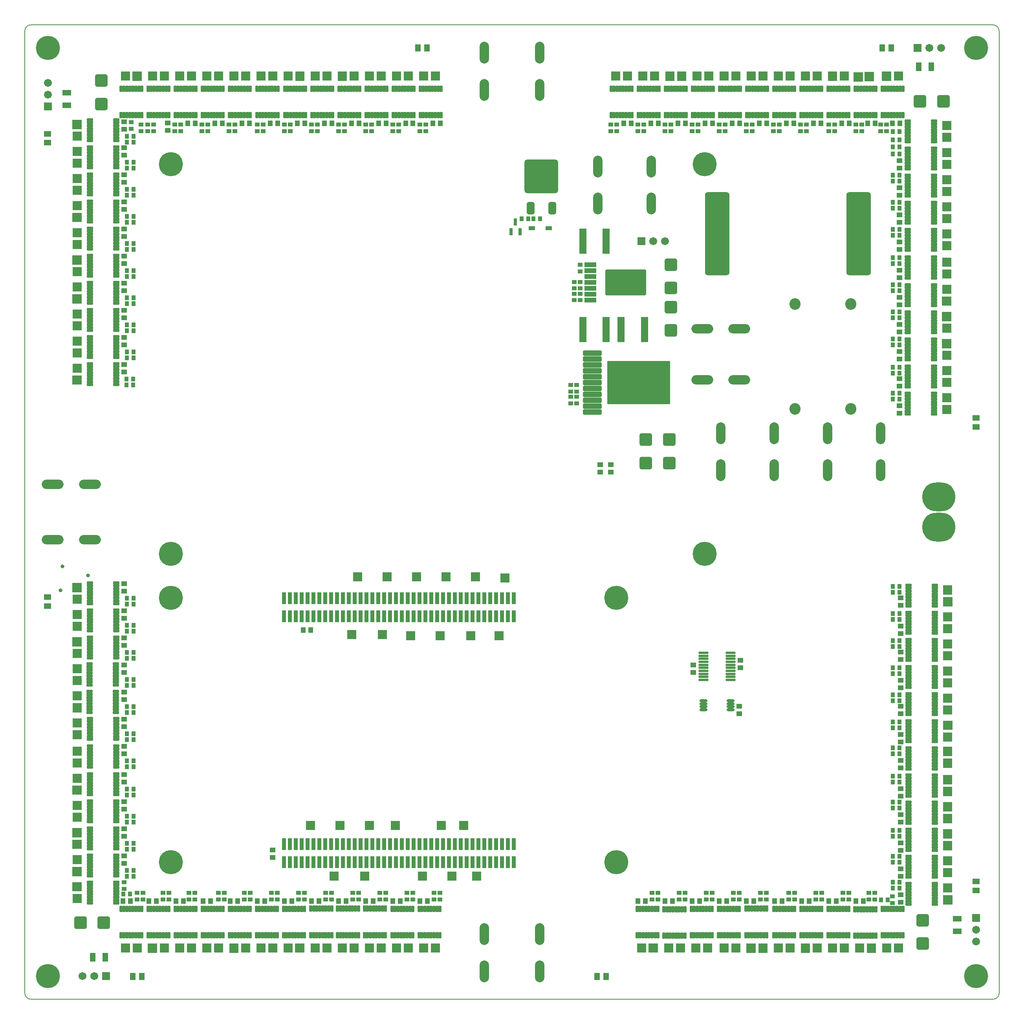
<source format=gts>
G04 Layer_Color=8388736*
%FSLAX25Y25*%
%MOIN*%
G70*
G01*
G75*
%ADD43C,0.00787*%
%ADD46C,0.00600*%
%ADD62R,0.04724X0.08000*%
G04:AMPARAMS|DCode=63|XSize=108.39mil|YSize=106.42mil|CornerRadius=18.76mil|HoleSize=0mil|Usage=FLASHONLY|Rotation=0.000|XOffset=0mil|YOffset=0mil|HoleType=Round|Shape=RoundedRectangle|*
%AMROUNDEDRECTD63*
21,1,0.10839,0.06890,0,0,0.0*
21,1,0.07087,0.10642,0,0,0.0*
1,1,0.03753,0.03543,-0.03445*
1,1,0.03753,-0.03543,-0.03445*
1,1,0.03753,-0.03543,0.03445*
1,1,0.03753,0.03543,0.03445*
%
%ADD63ROUNDEDRECTD63*%
%ADD64R,0.01981X0.03950*%
%ADD65R,0.03713X0.10249*%
%ADD66R,0.03556X0.04343*%
G04:AMPARAMS|DCode=67|XSize=283.59mil|YSize=283.59mil|CornerRadius=17.78mil|HoleSize=0mil|Usage=FLASHONLY|Rotation=0.000|XOffset=0mil|YOffset=0mil|HoleType=Round|Shape=RoundedRectangle|*
%AMROUNDEDRECTD67*
21,1,0.28359,0.24803,0,0,0.0*
21,1,0.24803,0.28359,0,0,0.0*
1,1,0.03556,0.12402,-0.12402*
1,1,0.03556,-0.12402,-0.12402*
1,1,0.03556,-0.12402,0.12402*
1,1,0.03556,0.12402,0.12402*
%
%ADD67ROUNDEDRECTD67*%
G04:AMPARAMS|DCode=68|XSize=67.06mil|YSize=106.42mil|CornerRadius=18.76mil|HoleSize=0mil|Usage=FLASHONLY|Rotation=0.000|XOffset=0mil|YOffset=0mil|HoleType=Round|Shape=RoundedRectangle|*
%AMROUNDEDRECTD68*
21,1,0.06706,0.06890,0,0,0.0*
21,1,0.02953,0.10642,0,0,0.0*
1,1,0.03753,0.01476,-0.03445*
1,1,0.03753,-0.01476,-0.03445*
1,1,0.03753,-0.01476,0.03445*
1,1,0.03753,0.01476,0.03445*
%
%ADD68ROUNDEDRECTD68*%
%ADD69R,0.05524X0.03556*%
%ADD70R,0.03162X0.05918*%
G04:AMPARAMS|DCode=71|XSize=108.39mil|YSize=106.42mil|CornerRadius=18.76mil|HoleSize=0mil|Usage=FLASHONLY|Rotation=270.000|XOffset=0mil|YOffset=0mil|HoleType=Round|Shape=RoundedRectangle|*
%AMROUNDEDRECTD71*
21,1,0.10839,0.06890,0,0,270.0*
21,1,0.07087,0.10642,0,0,270.0*
1,1,0.03753,-0.03445,-0.03543*
1,1,0.03753,-0.03445,0.03543*
1,1,0.03753,0.03445,0.03543*
1,1,0.03753,0.03445,-0.03543*
%
%ADD71ROUNDEDRECTD71*%
%ADD72R,0.04343X0.03556*%
G04:AMPARAMS|DCode=73|XSize=367.29mil|YSize=534.38mil|CornerRadius=5.8mil|HoleSize=0mil|Usage=FLASHONLY|Rotation=90.000|XOffset=0mil|YOffset=0mil|HoleType=Round|Shape=RoundedRectangle|*
%AMROUNDEDRECTD73*
21,1,0.36729,0.52278,0,0,90.0*
21,1,0.35570,0.53438,0,0,90.0*
1,1,0.01159,0.26139,0.17785*
1,1,0.01159,0.26139,-0.17785*
1,1,0.01159,-0.26139,-0.17785*
1,1,0.01159,-0.26139,0.17785*
%
%ADD73ROUNDEDRECTD73*%
G04:AMPARAMS|DCode=74|XSize=43.43mil|YSize=161.54mil|CornerRadius=5.95mil|HoleSize=0mil|Usage=FLASHONLY|Rotation=90.000|XOffset=0mil|YOffset=0mil|HoleType=Round|Shape=RoundedRectangle|*
%AMROUNDEDRECTD74*
21,1,0.04343,0.14965,0,0,90.0*
21,1,0.03154,0.16154,0,0,90.0*
1,1,0.01190,0.07482,0.01577*
1,1,0.01190,0.07482,-0.01577*
1,1,0.01190,-0.07482,-0.01577*
1,1,0.01190,-0.07482,0.01577*
%
%ADD74ROUNDEDRECTD74*%
%ADD75R,0.06115X0.21666*%
%ADD76O,0.06706X0.02375*%
G04:AMPARAMS|DCode=77|XSize=43.04mil|YSize=102.88mil|CornerRadius=5.93mil|HoleSize=0mil|Usage=FLASHONLY|Rotation=90.000|XOffset=0mil|YOffset=0mil|HoleType=Round|Shape=RoundedRectangle|*
%AMROUNDEDRECTD77*
21,1,0.04304,0.09103,0,0,90.0*
21,1,0.03118,0.10288,0,0,90.0*
1,1,0.01185,0.04551,0.01559*
1,1,0.01185,0.04551,-0.01559*
1,1,0.01185,-0.04551,-0.01559*
1,1,0.01185,-0.04551,0.01559*
%
%ADD77ROUNDEDRECTD77*%
G04:AMPARAMS|DCode=78|XSize=218.63mil|YSize=344.22mil|CornerRadius=6.11mil|HoleSize=0mil|Usage=FLASHONLY|Rotation=90.000|XOffset=0mil|YOffset=0mil|HoleType=Round|Shape=RoundedRectangle|*
%AMROUNDEDRECTD78*
21,1,0.21863,0.33201,0,0,90.0*
21,1,0.20642,0.34422,0,0,90.0*
1,1,0.01221,0.16600,0.10321*
1,1,0.01221,0.16600,-0.10321*
1,1,0.01221,-0.16600,-0.10321*
1,1,0.01221,-0.16600,0.10321*
%
%ADD78ROUNDEDRECTD78*%
%ADD79R,0.04540X0.07493*%
%ADD80R,0.04737X0.04343*%
%ADD81O,0.08674X0.02178*%
%ADD82R,0.04343X0.04737*%
G04:AMPARAMS|DCode=83|XSize=23.75mil|YSize=55.24mil|CornerRadius=5.97mil|HoleSize=0mil|Usage=FLASHONLY|Rotation=270.000|XOffset=0mil|YOffset=0mil|HoleType=Round|Shape=RoundedRectangle|*
%AMROUNDEDRECTD83*
21,1,0.02375,0.04331,0,0,270.0*
21,1,0.01181,0.05524,0,0,270.0*
1,1,0.01194,-0.02165,-0.00591*
1,1,0.01194,-0.02165,0.00591*
1,1,0.01194,0.02165,0.00591*
1,1,0.01194,0.02165,-0.00591*
%
%ADD83ROUNDEDRECTD83*%
G04:AMPARAMS|DCode=84|XSize=23.75mil|YSize=55.24mil|CornerRadius=5.97mil|HoleSize=0mil|Usage=FLASHONLY|Rotation=0.000|XOffset=0mil|YOffset=0mil|HoleType=Round|Shape=RoundedRectangle|*
%AMROUNDEDRECTD84*
21,1,0.02375,0.04331,0,0,0.0*
21,1,0.01181,0.05524,0,0,0.0*
1,1,0.01194,0.00591,-0.02165*
1,1,0.01194,-0.00591,-0.02165*
1,1,0.01194,-0.00591,0.02165*
1,1,0.01194,0.00591,0.02165*
%
%ADD84ROUNDEDRECTD84*%
%ADD85R,0.03950X0.01981*%
%ADD86R,0.04934X0.06312*%
%ADD87R,0.06312X0.04934*%
%ADD88O,0.07887X0.18516*%
%ADD89O,0.18516X0.07887*%
G04:AMPARAMS|DCode=90|XSize=208.79mil|YSize=708.79mil|CornerRadius=29.1mil|HoleSize=0mil|Usage=FLASHONLY|Rotation=180.000|XOffset=0mil|YOffset=0mil|HoleType=Round|Shape=RoundedRectangle|*
%AMROUNDEDRECTD90*
21,1,0.20879,0.65059,0,0,180.0*
21,1,0.15059,0.70879,0,0,180.0*
1,1,0.05820,-0.07530,0.32530*
1,1,0.05820,0.07530,0.32530*
1,1,0.05820,0.07530,-0.32530*
1,1,0.05820,-0.07530,-0.32530*
%
%ADD90ROUNDEDRECTD90*%
%ADD91R,0.07493X0.04540*%
%ADD92C,0.20485*%
%ADD93O,0.28359X0.24422*%
%ADD94C,0.06706*%
%ADD95R,0.06706X0.06706*%
%ADD96R,0.06706X0.06706*%
%ADD97O,0.09461X0.09855*%
%ADD98C,0.03162*%
D43*
X408386Y-413386D02*
G03*
X413386Y-408386I0J5000D01*
G01*
Y408386D02*
G03*
X408386Y413386I-5000J0D01*
G01*
X-408386D02*
G03*
X-413386Y408386I0J-5000D01*
G01*
Y-408386D02*
G03*
X-408386Y-413386I5000J0D01*
G01*
X408386D01*
X-413386Y-408386D02*
Y408386D01*
X-408386Y413386D02*
X408386D01*
X413386Y-408386D02*
Y408386D01*
X86642Y115372D02*
Y108812D01*
X87954Y107500D01*
X90578D01*
X91889Y108812D01*
Y115372D01*
X99761Y107500D02*
X94513D01*
X99761Y112748D01*
Y114060D01*
X98449Y115372D01*
X95825D01*
X94513Y114060D01*
X107632Y115372D02*
X102385D01*
Y111436D01*
X105008Y112748D01*
X106320D01*
X107632Y111436D01*
Y108812D01*
X106320Y107500D01*
X103697D01*
X102385Y108812D01*
D46*
X81500Y196999D02*
Y193667D01*
X82166Y193000D01*
X83499D01*
X84166Y193667D01*
Y196999D01*
X88165Y193000D02*
X85499D01*
X88165Y195666D01*
Y196332D01*
X87498Y196999D01*
X86165D01*
X85499Y196332D01*
X92163Y196999D02*
X90830Y196332D01*
X89497Y194999D01*
Y193667D01*
X90164Y193000D01*
X91497D01*
X92163Y193667D01*
Y194333D01*
X91497Y194999D01*
X89497D01*
D62*
X162583Y-164000D02*
D03*
X185417D02*
D03*
D63*
X346358Y348425D02*
D03*
X366240D02*
D03*
X133441Y41500D02*
D03*
X113559D02*
D03*
X133441Y61500D02*
D03*
X113559D02*
D03*
X-346358Y-348425D02*
D03*
X-366240D02*
D03*
D64*
X320906Y371937D02*
D03*
X318937D02*
D03*
X316969D02*
D03*
X315000D02*
D03*
X320906Y368000D02*
D03*
X318937D02*
D03*
X316969D02*
D03*
X315000D02*
D03*
X-168047Y-264032D02*
D03*
X-170016D02*
D03*
X-171984D02*
D03*
X-173953D02*
D03*
X-168047Y-267969D02*
D03*
X-170016D02*
D03*
X-171984D02*
D03*
X-173953D02*
D03*
X-143047Y-264032D02*
D03*
X-145016D02*
D03*
X-146984D02*
D03*
X-148953D02*
D03*
X-143047Y-267969D02*
D03*
X-145016D02*
D03*
X-146984D02*
D03*
X-148953D02*
D03*
X-153953Y-310968D02*
D03*
X-151984D02*
D03*
X-150016D02*
D03*
X-148047D02*
D03*
X-153953Y-307031D02*
D03*
X-151984D02*
D03*
X-150016D02*
D03*
X-148047D02*
D03*
X-128047Y-53031D02*
D03*
X-130016D02*
D03*
X-131984D02*
D03*
X-133953D02*
D03*
X-128047Y-56968D02*
D03*
X-130016D02*
D03*
X-131984D02*
D03*
X-133953D02*
D03*
X-138953Y-105968D02*
D03*
X-136984D02*
D03*
X-135016D02*
D03*
X-133047D02*
D03*
X-138953Y-102032D02*
D03*
X-136984D02*
D03*
X-135016D02*
D03*
X-133047D02*
D03*
X-118047Y-264032D02*
D03*
X-120016D02*
D03*
X-121984D02*
D03*
X-123953D02*
D03*
X-118047Y-267969D02*
D03*
X-120016D02*
D03*
X-121984D02*
D03*
X-123953D02*
D03*
X-127953Y-310968D02*
D03*
X-125984D02*
D03*
X-124016D02*
D03*
X-122047D02*
D03*
X-127953Y-307031D02*
D03*
X-125984D02*
D03*
X-124016D02*
D03*
X-122047D02*
D03*
X-103047Y-53031D02*
D03*
X-105016D02*
D03*
X-106984D02*
D03*
X-108953D02*
D03*
X-103047Y-56968D02*
D03*
X-105016D02*
D03*
X-106984D02*
D03*
X-108953D02*
D03*
X-96047Y-264032D02*
D03*
X-98016D02*
D03*
X-99984D02*
D03*
X-101953D02*
D03*
X-96047Y-267969D02*
D03*
X-98016D02*
D03*
X-99984D02*
D03*
X-101953D02*
D03*
X-112953Y-105968D02*
D03*
X-110984D02*
D03*
X-109016D02*
D03*
X-107047D02*
D03*
X-112953Y-102032D02*
D03*
X-110984D02*
D03*
X-109016D02*
D03*
X-107047D02*
D03*
X-78047Y-53031D02*
D03*
X-80016D02*
D03*
X-81984D02*
D03*
X-83953D02*
D03*
X-78047Y-56968D02*
D03*
X-80016D02*
D03*
X-81984D02*
D03*
X-83953D02*
D03*
X-88953Y-106968D02*
D03*
X-86984D02*
D03*
X-85016D02*
D03*
X-83047D02*
D03*
X-88953Y-103032D02*
D03*
X-86984D02*
D03*
X-85016D02*
D03*
X-83047D02*
D03*
X-78953Y-310968D02*
D03*
X-76984D02*
D03*
X-75016D02*
D03*
X-73047D02*
D03*
X-78953Y-307031D02*
D03*
X-76984D02*
D03*
X-75016D02*
D03*
X-73047D02*
D03*
X-57047Y-264032D02*
D03*
X-59016D02*
D03*
X-60984D02*
D03*
X-62953D02*
D03*
X-57047Y-267969D02*
D03*
X-59016D02*
D03*
X-60984D02*
D03*
X-62953D02*
D03*
X-53047Y-53031D02*
D03*
X-55016D02*
D03*
X-56984D02*
D03*
X-58953D02*
D03*
X-53047Y-56968D02*
D03*
X-55016D02*
D03*
X-56984D02*
D03*
X-58953D02*
D03*
X-63953Y-106968D02*
D03*
X-61984D02*
D03*
X-60016D02*
D03*
X-58047D02*
D03*
X-63953Y-103032D02*
D03*
X-61984D02*
D03*
X-60016D02*
D03*
X-58047D02*
D03*
X-38047Y-264032D02*
D03*
X-40016D02*
D03*
X-41984D02*
D03*
X-43953D02*
D03*
X-38047Y-267969D02*
D03*
X-40016D02*
D03*
X-41984D02*
D03*
X-43953D02*
D03*
X-53953Y-310968D02*
D03*
X-51984D02*
D03*
X-50016D02*
D03*
X-48047D02*
D03*
X-53953Y-307031D02*
D03*
X-51984D02*
D03*
X-50016D02*
D03*
X-48047D02*
D03*
X-28047Y-53031D02*
D03*
X-30016D02*
D03*
X-31984D02*
D03*
X-33953D02*
D03*
X-28047Y-56968D02*
D03*
X-30016D02*
D03*
X-31984D02*
D03*
X-33953D02*
D03*
X-37953Y-106968D02*
D03*
X-35984D02*
D03*
X-34016D02*
D03*
X-32047D02*
D03*
X-37953Y-103032D02*
D03*
X-35984D02*
D03*
X-34016D02*
D03*
X-32047D02*
D03*
X-32953Y-310968D02*
D03*
X-30984D02*
D03*
X-29016D02*
D03*
X-27047D02*
D03*
X-32953Y-307031D02*
D03*
X-30984D02*
D03*
X-29016D02*
D03*
X-27047D02*
D03*
X-3047Y-54031D02*
D03*
X-5016D02*
D03*
X-6984D02*
D03*
X-8953D02*
D03*
X-3047Y-57968D02*
D03*
X-5016D02*
D03*
X-6984D02*
D03*
X-8953D02*
D03*
X-13953Y-106968D02*
D03*
X-11984D02*
D03*
X-10016D02*
D03*
X-8047D02*
D03*
X-13953Y-103032D02*
D03*
X-11984D02*
D03*
X-10016D02*
D03*
X-8047D02*
D03*
X330953Y371969D02*
D03*
X328984D02*
D03*
X327016D02*
D03*
X325047D02*
D03*
X330953Y368032D02*
D03*
X328984D02*
D03*
X327016D02*
D03*
X325047D02*
D03*
X182953Y371969D02*
D03*
X180984D02*
D03*
X179016D02*
D03*
X177047D02*
D03*
X182953Y368032D02*
D03*
X180984D02*
D03*
X179016D02*
D03*
X177047D02*
D03*
X192953Y371969D02*
D03*
X190984D02*
D03*
X189016D02*
D03*
X187047D02*
D03*
X192953Y368032D02*
D03*
X190984D02*
D03*
X189016D02*
D03*
X187047D02*
D03*
X205968Y372000D02*
D03*
X204000D02*
D03*
X202031D02*
D03*
X200063D02*
D03*
X205968Y368063D02*
D03*
X204000D02*
D03*
X202031D02*
D03*
X200063D02*
D03*
X215937Y372000D02*
D03*
X213968D02*
D03*
X212000D02*
D03*
X210031D02*
D03*
X215937Y368063D02*
D03*
X213968D02*
D03*
X212000D02*
D03*
X210031D02*
D03*
X228953Y371969D02*
D03*
X226984D02*
D03*
X225016D02*
D03*
X223047D02*
D03*
X228953Y368032D02*
D03*
X226984D02*
D03*
X225016D02*
D03*
X223047D02*
D03*
X238953Y371969D02*
D03*
X236984D02*
D03*
X235016D02*
D03*
X233047D02*
D03*
X238953Y368032D02*
D03*
X236984D02*
D03*
X235016D02*
D03*
X233047D02*
D03*
X251953Y371969D02*
D03*
X249984D02*
D03*
X248016D02*
D03*
X246047D02*
D03*
X251953Y368032D02*
D03*
X249984D02*
D03*
X248016D02*
D03*
X246047D02*
D03*
X261953Y371969D02*
D03*
X259984D02*
D03*
X258016D02*
D03*
X256047D02*
D03*
X261953Y368032D02*
D03*
X259984D02*
D03*
X258016D02*
D03*
X256047D02*
D03*
X275000Y371937D02*
D03*
X273031D02*
D03*
X271063D02*
D03*
X269094D02*
D03*
X275000Y368000D02*
D03*
X273031D02*
D03*
X271063D02*
D03*
X269094D02*
D03*
X285000Y372000D02*
D03*
X283031D02*
D03*
X281063D02*
D03*
X279094D02*
D03*
X285000Y368063D02*
D03*
X283031D02*
D03*
X281063D02*
D03*
X279094D02*
D03*
X296706Y371100D02*
D03*
X294737D02*
D03*
X292769D02*
D03*
X290800D02*
D03*
X296706Y367163D02*
D03*
X294737D02*
D03*
X292769D02*
D03*
X290800D02*
D03*
X306253Y371369D02*
D03*
X304284D02*
D03*
X302316D02*
D03*
X300347D02*
D03*
X306253Y367432D02*
D03*
X304284D02*
D03*
X302316D02*
D03*
X300347D02*
D03*
X90953Y371969D02*
D03*
X88984D02*
D03*
X87016D02*
D03*
X85047D02*
D03*
X90953Y368032D02*
D03*
X88984D02*
D03*
X87016D02*
D03*
X85047D02*
D03*
X100953Y371969D02*
D03*
X98984D02*
D03*
X97016D02*
D03*
X95047D02*
D03*
X100953Y368032D02*
D03*
X98984D02*
D03*
X97016D02*
D03*
X95047D02*
D03*
X113937Y372000D02*
D03*
X111969D02*
D03*
X110000D02*
D03*
X108032D02*
D03*
X113937Y368063D02*
D03*
X111969D02*
D03*
X110000D02*
D03*
X108032D02*
D03*
X123953Y371969D02*
D03*
X121984D02*
D03*
X120016D02*
D03*
X118047D02*
D03*
X123953Y368032D02*
D03*
X121984D02*
D03*
X120016D02*
D03*
X118047D02*
D03*
X136968Y371937D02*
D03*
X135000D02*
D03*
X133031D02*
D03*
X131063D02*
D03*
X136968Y368000D02*
D03*
X135000D02*
D03*
X133031D02*
D03*
X131063D02*
D03*
X146937Y371937D02*
D03*
X144969D02*
D03*
X143000D02*
D03*
X141032D02*
D03*
X146937Y368000D02*
D03*
X144969D02*
D03*
X143000D02*
D03*
X141032D02*
D03*
X159968Y372000D02*
D03*
X158000D02*
D03*
X156031D02*
D03*
X154063D02*
D03*
X159968Y368063D02*
D03*
X158000D02*
D03*
X156031D02*
D03*
X154063D02*
D03*
X169953Y371969D02*
D03*
X167984D02*
D03*
X166016D02*
D03*
X164047D02*
D03*
X169953Y368032D02*
D03*
X167984D02*
D03*
X166016D02*
D03*
X164047D02*
D03*
X-164063Y372000D02*
D03*
X-166031D02*
D03*
X-168000D02*
D03*
X-169968D02*
D03*
X-164063Y368063D02*
D03*
X-166031D02*
D03*
X-168000D02*
D03*
X-169968D02*
D03*
X-154047Y371968D02*
D03*
X-156016D02*
D03*
X-157984D02*
D03*
X-159953D02*
D03*
X-154047Y368031D02*
D03*
X-156016D02*
D03*
X-157984D02*
D03*
X-159953D02*
D03*
X-187032Y372000D02*
D03*
X-189000D02*
D03*
X-190969D02*
D03*
X-192937D02*
D03*
X-187032Y368063D02*
D03*
X-189000D02*
D03*
X-190969D02*
D03*
X-192937D02*
D03*
X-177032Y371937D02*
D03*
X-179000D02*
D03*
X-180969D02*
D03*
X-182937D02*
D03*
X-177032Y368000D02*
D03*
X-179000D02*
D03*
X-180969D02*
D03*
X-182937D02*
D03*
X-210047Y371969D02*
D03*
X-212016D02*
D03*
X-213984D02*
D03*
X-215953D02*
D03*
X-210047Y368032D02*
D03*
X-212016D02*
D03*
X-213984D02*
D03*
X-215953D02*
D03*
X-200047Y371969D02*
D03*
X-202016D02*
D03*
X-203984D02*
D03*
X-205953D02*
D03*
X-200047Y368032D02*
D03*
X-202016D02*
D03*
X-203984D02*
D03*
X-205953D02*
D03*
X-233047Y371969D02*
D03*
X-235016D02*
D03*
X-236984D02*
D03*
X-238953D02*
D03*
X-233047Y368032D02*
D03*
X-235016D02*
D03*
X-236984D02*
D03*
X-238953D02*
D03*
X-223047Y371969D02*
D03*
X-225016D02*
D03*
X-226984D02*
D03*
X-228953D02*
D03*
X-223047Y368032D02*
D03*
X-225016D02*
D03*
X-226984D02*
D03*
X-228953D02*
D03*
X-256047Y371969D02*
D03*
X-258016D02*
D03*
X-259984D02*
D03*
X-261953D02*
D03*
X-256047Y368032D02*
D03*
X-258016D02*
D03*
X-259984D02*
D03*
X-261953D02*
D03*
X-246047Y371969D02*
D03*
X-248016D02*
D03*
X-249984D02*
D03*
X-251953D02*
D03*
X-246047Y368032D02*
D03*
X-248016D02*
D03*
X-249984D02*
D03*
X-251953D02*
D03*
X-279063Y372000D02*
D03*
X-281032D02*
D03*
X-283000D02*
D03*
X-284969D02*
D03*
X-279063Y368063D02*
D03*
X-281032D02*
D03*
X-283000D02*
D03*
X-284969D02*
D03*
X-269047Y371969D02*
D03*
X-271016D02*
D03*
X-272984D02*
D03*
X-274953D02*
D03*
X-269047Y368032D02*
D03*
X-271016D02*
D03*
X-272984D02*
D03*
X-274953D02*
D03*
X-302047Y371969D02*
D03*
X-304016D02*
D03*
X-305984D02*
D03*
X-307953D02*
D03*
X-302047Y368032D02*
D03*
X-304016D02*
D03*
X-305984D02*
D03*
X-307953D02*
D03*
X-292047Y371969D02*
D03*
X-294016D02*
D03*
X-295984D02*
D03*
X-297953D02*
D03*
X-292047Y368032D02*
D03*
X-294016D02*
D03*
X-295984D02*
D03*
X-297953D02*
D03*
X-325047Y371969D02*
D03*
X-327016D02*
D03*
X-328984D02*
D03*
X-330953D02*
D03*
X-325047Y368032D02*
D03*
X-327016D02*
D03*
X-328984D02*
D03*
X-330953D02*
D03*
X-315094Y371937D02*
D03*
X-317063D02*
D03*
X-319031D02*
D03*
X-321000D02*
D03*
X-315094Y368000D02*
D03*
X-317063D02*
D03*
X-319031D02*
D03*
X-321000D02*
D03*
X-72063Y372000D02*
D03*
X-74032D02*
D03*
X-76000D02*
D03*
X-77969D02*
D03*
X-72063Y368063D02*
D03*
X-74032D02*
D03*
X-76000D02*
D03*
X-77969D02*
D03*
X-62047Y371969D02*
D03*
X-64016D02*
D03*
X-65984D02*
D03*
X-67953D02*
D03*
X-62047Y368032D02*
D03*
X-64016D02*
D03*
X-65984D02*
D03*
X-67953D02*
D03*
X-95047Y371969D02*
D03*
X-97016D02*
D03*
X-98984D02*
D03*
X-100953D02*
D03*
X-95047Y368032D02*
D03*
X-97016D02*
D03*
X-98984D02*
D03*
X-100953D02*
D03*
X-85047Y371969D02*
D03*
X-87016D02*
D03*
X-88984D02*
D03*
X-90953D02*
D03*
X-85047Y368032D02*
D03*
X-87016D02*
D03*
X-88984D02*
D03*
X-90953D02*
D03*
X-118032Y372000D02*
D03*
X-120000D02*
D03*
X-121969D02*
D03*
X-123937D02*
D03*
X-118032Y368063D02*
D03*
X-120000D02*
D03*
X-121969D02*
D03*
X-123937D02*
D03*
X-108047Y371969D02*
D03*
X-110016D02*
D03*
X-111984D02*
D03*
X-113953D02*
D03*
X-108047Y368032D02*
D03*
X-110016D02*
D03*
X-111984D02*
D03*
X-113953D02*
D03*
X-141063Y371937D02*
D03*
X-143031D02*
D03*
X-145000D02*
D03*
X-146968D02*
D03*
X-141063Y368000D02*
D03*
X-143031D02*
D03*
X-145000D02*
D03*
X-146968D02*
D03*
X-131032Y372000D02*
D03*
X-133000D02*
D03*
X-134969D02*
D03*
X-136937D02*
D03*
X-131032Y368063D02*
D03*
X-133000D02*
D03*
X-134969D02*
D03*
X-136937D02*
D03*
X-113953Y-371969D02*
D03*
X-111984D02*
D03*
X-110016D02*
D03*
X-108047D02*
D03*
X-113953Y-368032D02*
D03*
X-111984D02*
D03*
X-110016D02*
D03*
X-108047D02*
D03*
X-123969Y-371937D02*
D03*
X-122000D02*
D03*
X-120032D02*
D03*
X-118063D02*
D03*
X-123969Y-368000D02*
D03*
X-122000D02*
D03*
X-120032D02*
D03*
X-118063D02*
D03*
X-136953Y-371969D02*
D03*
X-134984D02*
D03*
X-133016D02*
D03*
X-131047D02*
D03*
X-136953Y-368032D02*
D03*
X-134984D02*
D03*
X-133016D02*
D03*
X-131047D02*
D03*
X-146953Y-371969D02*
D03*
X-144984D02*
D03*
X-143016D02*
D03*
X-141047D02*
D03*
X-146953Y-368032D02*
D03*
X-144984D02*
D03*
X-143016D02*
D03*
X-141047D02*
D03*
X-159937Y-371937D02*
D03*
X-157969D02*
D03*
X-156000D02*
D03*
X-154032D02*
D03*
X-159937Y-368000D02*
D03*
X-157969D02*
D03*
X-156000D02*
D03*
X-154032D02*
D03*
X-169905Y-371937D02*
D03*
X-167937D02*
D03*
X-165968D02*
D03*
X-164000D02*
D03*
X-169905Y-368000D02*
D03*
X-167937D02*
D03*
X-165968D02*
D03*
X-164000D02*
D03*
X-183000Y-371937D02*
D03*
X-181032D02*
D03*
X-179063D02*
D03*
X-177095D02*
D03*
X-183000Y-368000D02*
D03*
X-181032D02*
D03*
X-179063D02*
D03*
X-177095D02*
D03*
X-192905Y-371937D02*
D03*
X-190937D02*
D03*
X-188968D02*
D03*
X-187000D02*
D03*
X-192905Y-368000D02*
D03*
X-190937D02*
D03*
X-188968D02*
D03*
X-187000D02*
D03*
X-205937Y-371937D02*
D03*
X-203969D02*
D03*
X-202000D02*
D03*
X-200032D02*
D03*
X-205937Y-368000D02*
D03*
X-203969D02*
D03*
X-202000D02*
D03*
X-200032D02*
D03*
X-215937Y-371937D02*
D03*
X-213969D02*
D03*
X-212000D02*
D03*
X-210032D02*
D03*
X-215937Y-368000D02*
D03*
X-213969D02*
D03*
X-212000D02*
D03*
X-210032D02*
D03*
X-228953Y-371969D02*
D03*
X-226984D02*
D03*
X-225016D02*
D03*
X-223047D02*
D03*
X-228953Y-368032D02*
D03*
X-226984D02*
D03*
X-225016D02*
D03*
X-223047D02*
D03*
X-238937Y-372000D02*
D03*
X-236969D02*
D03*
X-235000D02*
D03*
X-233032D02*
D03*
X-238937Y-368063D02*
D03*
X-236969D02*
D03*
X-235000D02*
D03*
X-233032D02*
D03*
X-251953Y-371968D02*
D03*
X-249984D02*
D03*
X-248016D02*
D03*
X-246047D02*
D03*
X-251953Y-368031D02*
D03*
X-249984D02*
D03*
X-248016D02*
D03*
X-246047D02*
D03*
X-261937Y-371937D02*
D03*
X-259969D02*
D03*
X-258000D02*
D03*
X-256032D02*
D03*
X-261937Y-368000D02*
D03*
X-259969D02*
D03*
X-258000D02*
D03*
X-256032D02*
D03*
X-274953Y-371969D02*
D03*
X-272984D02*
D03*
X-271016D02*
D03*
X-269047D02*
D03*
X-274953Y-368032D02*
D03*
X-272984D02*
D03*
X-271016D02*
D03*
X-269047D02*
D03*
X-284937Y-371937D02*
D03*
X-282968D02*
D03*
X-281000D02*
D03*
X-279031D02*
D03*
X-284937Y-368000D02*
D03*
X-282968D02*
D03*
X-281000D02*
D03*
X-279031D02*
D03*
X-297953Y-371969D02*
D03*
X-295984D02*
D03*
X-294016D02*
D03*
X-292047D02*
D03*
X-297953Y-368032D02*
D03*
X-295984D02*
D03*
X-294016D02*
D03*
X-292047D02*
D03*
X-308000Y-372000D02*
D03*
X-306031D02*
D03*
X-304063D02*
D03*
X-302094D02*
D03*
X-308000Y-368063D02*
D03*
X-306031D02*
D03*
X-304063D02*
D03*
X-302094D02*
D03*
X-320937Y-371937D02*
D03*
X-318968D02*
D03*
X-317000D02*
D03*
X-315031D02*
D03*
X-320937Y-368000D02*
D03*
X-318968D02*
D03*
X-317000D02*
D03*
X-315031D02*
D03*
X-330937Y-371937D02*
D03*
X-328968D02*
D03*
X-327000D02*
D03*
X-325031D02*
D03*
X-330937Y-368000D02*
D03*
X-328968D02*
D03*
X-327000D02*
D03*
X-325031D02*
D03*
X117000Y-371937D02*
D03*
X118968D02*
D03*
X120937D02*
D03*
X122905D02*
D03*
X117000Y-368000D02*
D03*
X118968D02*
D03*
X120937D02*
D03*
X122905D02*
D03*
X107047Y-371968D02*
D03*
X109016D02*
D03*
X110984D02*
D03*
X112953D02*
D03*
X107047Y-368031D02*
D03*
X109016D02*
D03*
X110984D02*
D03*
X112953D02*
D03*
X140032Y-371937D02*
D03*
X142000D02*
D03*
X143969D02*
D03*
X145937D02*
D03*
X140032Y-368000D02*
D03*
X142000D02*
D03*
X143969D02*
D03*
X145937D02*
D03*
X130095Y-371937D02*
D03*
X132063D02*
D03*
X134032D02*
D03*
X136000D02*
D03*
X130095Y-368000D02*
D03*
X132063D02*
D03*
X134032D02*
D03*
X136000D02*
D03*
X163032Y-371937D02*
D03*
X165000D02*
D03*
X166969D02*
D03*
X168937D02*
D03*
X163032Y-368000D02*
D03*
X165000D02*
D03*
X166969D02*
D03*
X168937D02*
D03*
X153047Y-371968D02*
D03*
X155016D02*
D03*
X156984D02*
D03*
X158953D02*
D03*
X153047Y-368031D02*
D03*
X155016D02*
D03*
X156984D02*
D03*
X158953D02*
D03*
X187032Y-371937D02*
D03*
X189000D02*
D03*
X190969D02*
D03*
X192937D02*
D03*
X187032Y-368000D02*
D03*
X189000D02*
D03*
X190969D02*
D03*
X192937D02*
D03*
X177032Y-371937D02*
D03*
X179000D02*
D03*
X180969D02*
D03*
X182937D02*
D03*
X177032Y-368000D02*
D03*
X179000D02*
D03*
X180969D02*
D03*
X182937D02*
D03*
X210095Y-372000D02*
D03*
X212063D02*
D03*
X214032D02*
D03*
X216000D02*
D03*
X210095Y-368063D02*
D03*
X212063D02*
D03*
X214032D02*
D03*
X216000D02*
D03*
X200000Y-372000D02*
D03*
X201968D02*
D03*
X203937D02*
D03*
X205905D02*
D03*
X200000Y-368063D02*
D03*
X201968D02*
D03*
X203937D02*
D03*
X205905D02*
D03*
X233047Y-371968D02*
D03*
X235016D02*
D03*
X236984D02*
D03*
X238953D02*
D03*
X233047Y-368031D02*
D03*
X235016D02*
D03*
X236984D02*
D03*
X238953D02*
D03*
X223047Y-371968D02*
D03*
X225016D02*
D03*
X226984D02*
D03*
X228953D02*
D03*
X223047Y-368031D02*
D03*
X225016D02*
D03*
X226984D02*
D03*
X228953D02*
D03*
X256047Y-371968D02*
D03*
X258016D02*
D03*
X259984D02*
D03*
X261953D02*
D03*
X256047Y-368031D02*
D03*
X258016D02*
D03*
X259984D02*
D03*
X261953D02*
D03*
X246031Y-372000D02*
D03*
X248000D02*
D03*
X249968D02*
D03*
X251937D02*
D03*
X246031Y-368063D02*
D03*
X248000D02*
D03*
X249968D02*
D03*
X251937D02*
D03*
X279047Y-371968D02*
D03*
X281016D02*
D03*
X282984D02*
D03*
X284953D02*
D03*
X279047Y-368031D02*
D03*
X281016D02*
D03*
X282984D02*
D03*
X284953D02*
D03*
X269031Y-371937D02*
D03*
X271000D02*
D03*
X272968D02*
D03*
X274937D02*
D03*
X269031Y-368000D02*
D03*
X271000D02*
D03*
X272968D02*
D03*
X274937D02*
D03*
X302031Y-372000D02*
D03*
X304000D02*
D03*
X305968D02*
D03*
X307937D02*
D03*
X302031Y-368063D02*
D03*
X304000D02*
D03*
X305968D02*
D03*
X307937D02*
D03*
X292047Y-371968D02*
D03*
X294016D02*
D03*
X295984D02*
D03*
X297953D02*
D03*
X292047Y-368031D02*
D03*
X294016D02*
D03*
X295984D02*
D03*
X297953D02*
D03*
X325047Y-371969D02*
D03*
X327016D02*
D03*
X328984D02*
D03*
X330953D02*
D03*
X325047Y-368032D02*
D03*
X327016D02*
D03*
X328984D02*
D03*
X330953D02*
D03*
X315047Y-371968D02*
D03*
X317016D02*
D03*
X318984D02*
D03*
X320953D02*
D03*
X315047Y-368031D02*
D03*
X317016D02*
D03*
X318984D02*
D03*
X320953D02*
D03*
X-67953Y-371969D02*
D03*
X-65984D02*
D03*
X-64016D02*
D03*
X-62047D02*
D03*
X-67953Y-368032D02*
D03*
X-65984D02*
D03*
X-64016D02*
D03*
X-62047D02*
D03*
X-77953Y-371969D02*
D03*
X-75984D02*
D03*
X-74016D02*
D03*
X-72047D02*
D03*
X-77953Y-368032D02*
D03*
X-75984D02*
D03*
X-74016D02*
D03*
X-72047D02*
D03*
X-90953Y-371968D02*
D03*
X-88984D02*
D03*
X-87016D02*
D03*
X-85047D02*
D03*
X-90953Y-368031D02*
D03*
X-88984D02*
D03*
X-87016D02*
D03*
X-85047D02*
D03*
X-100953Y-371969D02*
D03*
X-98984D02*
D03*
X-97016D02*
D03*
X-95047D02*
D03*
X-100953Y-368032D02*
D03*
X-98984D02*
D03*
X-97016D02*
D03*
X-95047D02*
D03*
D65*
X-193366Y-73032D02*
D03*
X-188366D02*
D03*
X-183366D02*
D03*
X-178366D02*
D03*
X-173366D02*
D03*
X-168366D02*
D03*
X-163366D02*
D03*
X-158366D02*
D03*
X-153366D02*
D03*
X-148366D02*
D03*
X-143366D02*
D03*
X-138366D02*
D03*
X-133366D02*
D03*
X-128366D02*
D03*
X-123366D02*
D03*
X-118366D02*
D03*
X-113366D02*
D03*
X-108366D02*
D03*
X-103366D02*
D03*
X-98366D02*
D03*
X-93366D02*
D03*
X-88366D02*
D03*
X-83366D02*
D03*
X-78366D02*
D03*
X-73366D02*
D03*
X-68366D02*
D03*
X-63366D02*
D03*
X-58366D02*
D03*
X-53366D02*
D03*
X-48366D02*
D03*
X-43366D02*
D03*
X-38366D02*
D03*
X-33366D02*
D03*
X-28366D02*
D03*
X-23366D02*
D03*
X-18366D02*
D03*
X-13366D02*
D03*
X-8366D02*
D03*
X-3366D02*
D03*
X1634D02*
D03*
X-193366Y-88386D02*
D03*
X-188366D02*
D03*
X-183366D02*
D03*
X-178366D02*
D03*
X-173366D02*
D03*
X-168366D02*
D03*
X-163366D02*
D03*
X-158366D02*
D03*
X-153366D02*
D03*
X-148366D02*
D03*
X-143366D02*
D03*
X-138366D02*
D03*
X-133366D02*
D03*
X-128366D02*
D03*
X-123366D02*
D03*
X-118366D02*
D03*
X-113366D02*
D03*
X-108366D02*
D03*
X-103366D02*
D03*
X-98366D02*
D03*
X-93366D02*
D03*
X-88366D02*
D03*
X-83366D02*
D03*
X-78366D02*
D03*
X-73366D02*
D03*
X-68366D02*
D03*
X-63366D02*
D03*
X-58366D02*
D03*
X-53366D02*
D03*
X-48366D02*
D03*
X-43366D02*
D03*
X-38366D02*
D03*
X-33366D02*
D03*
X-28366D02*
D03*
X-23366D02*
D03*
X-18366D02*
D03*
X-13366D02*
D03*
X-8366D02*
D03*
X-3366D02*
D03*
X1634D02*
D03*
X-193366Y-281693D02*
D03*
X-188366D02*
D03*
X-183366D02*
D03*
X-178366D02*
D03*
X-173366D02*
D03*
X-168366D02*
D03*
X-163366D02*
D03*
X-158366D02*
D03*
X-153366D02*
D03*
X-148366D02*
D03*
X-143366D02*
D03*
X-138366D02*
D03*
X-133366D02*
D03*
X-128366D02*
D03*
X-123366D02*
D03*
X-118366D02*
D03*
X-113366D02*
D03*
X-108366D02*
D03*
X-103366D02*
D03*
X-98366D02*
D03*
X-93366D02*
D03*
X-88366D02*
D03*
X-83366D02*
D03*
X-78366D02*
D03*
X-73366D02*
D03*
X-68366D02*
D03*
X-63366D02*
D03*
X-58366D02*
D03*
X-53366D02*
D03*
X-48366D02*
D03*
X-43366D02*
D03*
X-38366D02*
D03*
X-33366D02*
D03*
X-28366D02*
D03*
X-23366D02*
D03*
X-18366D02*
D03*
X-13366D02*
D03*
X-8366D02*
D03*
X-3366D02*
D03*
X1634D02*
D03*
X-193366Y-297047D02*
D03*
X-188366D02*
D03*
X-183366D02*
D03*
X-178366D02*
D03*
X-173366D02*
D03*
X-168366D02*
D03*
X-163366D02*
D03*
X-158366D02*
D03*
X-153366D02*
D03*
X-148366D02*
D03*
X-143366D02*
D03*
X-138366D02*
D03*
X-133366D02*
D03*
X-128366D02*
D03*
X-123366D02*
D03*
X-118366D02*
D03*
X-113366D02*
D03*
X-108366D02*
D03*
X-103366D02*
D03*
X-98366D02*
D03*
X-93366D02*
D03*
X-88366D02*
D03*
X-83366D02*
D03*
X-78366D02*
D03*
X-73366D02*
D03*
X-68366D02*
D03*
X-63366D02*
D03*
X-58366D02*
D03*
X-53366D02*
D03*
X-48366D02*
D03*
X-43366D02*
D03*
X-38366D02*
D03*
X-33366D02*
D03*
X-28366D02*
D03*
X-23366D02*
D03*
X-18366D02*
D03*
X-13366D02*
D03*
X-8366D02*
D03*
X-3366D02*
D03*
X1634D02*
D03*
D66*
X13756Y249000D02*
D03*
X8244D02*
D03*
X18244Y249000D02*
D03*
X23756D02*
D03*
X-326756Y154000D02*
D03*
X-321244D02*
D03*
X-326756Y-124000D02*
D03*
X-321244D02*
D03*
X328756Y216000D02*
D03*
X323244D02*
D03*
X328756Y211000D02*
D03*
X323244D02*
D03*
X-326756Y177000D02*
D03*
X-321244D02*
D03*
X-326756Y-147000D02*
D03*
X-321244D02*
D03*
X328756Y240000D02*
D03*
X323244D02*
D03*
X328756Y235000D02*
D03*
X323244D02*
D03*
X-326756Y200000D02*
D03*
X-321244D02*
D03*
X-326756Y-170000D02*
D03*
X-321244D02*
D03*
X328756Y263000D02*
D03*
X323244D02*
D03*
X328756Y258000D02*
D03*
X323244D02*
D03*
X-326756Y223000D02*
D03*
X-321244D02*
D03*
X-326756Y-193000D02*
D03*
X-321244D02*
D03*
X328756Y286000D02*
D03*
X323244D02*
D03*
X328756Y281000D02*
D03*
X323244D02*
D03*
X-326756Y246000D02*
D03*
X-321244D02*
D03*
X-326756Y-216000D02*
D03*
X-321244D02*
D03*
X328756Y310000D02*
D03*
X323244D02*
D03*
X328756Y304000D02*
D03*
X323244D02*
D03*
X-326756Y269000D02*
D03*
X-321244D02*
D03*
X-326756Y-240000D02*
D03*
X-321244D02*
D03*
X328756Y316000D02*
D03*
X323244D02*
D03*
X328756Y323000D02*
D03*
X323244D02*
D03*
X-326756Y292000D02*
D03*
X-321244D02*
D03*
X-326756Y-263000D02*
D03*
X-321244D02*
D03*
X328756Y101000D02*
D03*
X323244D02*
D03*
X-326756Y314000D02*
D03*
X-321244D02*
D03*
X-326756Y-286000D02*
D03*
X-321244D02*
D03*
X-326756Y-309000D02*
D03*
X-321244D02*
D03*
X328756Y123000D02*
D03*
X323244D02*
D03*
X318756Y-329000D02*
D03*
X313244D02*
D03*
X328756Y147000D02*
D03*
X323244D02*
D03*
X-327000Y108000D02*
D03*
X-321488D02*
D03*
X-326756Y-78000D02*
D03*
X-321244D02*
D03*
X328756Y170000D02*
D03*
X323244D02*
D03*
X-326756Y131000D02*
D03*
X-321244D02*
D03*
X-326756Y-101000D02*
D03*
X-321244D02*
D03*
X328756Y193000D02*
D03*
X323244D02*
D03*
X328756Y-63000D02*
D03*
X323244D02*
D03*
X-326756Y159000D02*
D03*
X-321244D02*
D03*
X-326756Y-119000D02*
D03*
X-321244D02*
D03*
X328756Y-68000D02*
D03*
X323244D02*
D03*
X328756Y-86000D02*
D03*
X323244D02*
D03*
X-326756Y182000D02*
D03*
X-321244D02*
D03*
X-326756Y-142000D02*
D03*
X-321244D02*
D03*
X328756Y-91000D02*
D03*
X323244D02*
D03*
X328756Y-109000D02*
D03*
X323244D02*
D03*
X-326756Y205000D02*
D03*
X-321244D02*
D03*
X-326756Y-165000D02*
D03*
X-321244D02*
D03*
X328756Y-114000D02*
D03*
X323244D02*
D03*
X328756Y-132000D02*
D03*
X323244D02*
D03*
X-326756Y228000D02*
D03*
X-321244D02*
D03*
X-326756Y-188000D02*
D03*
X-321244D02*
D03*
X328756Y-137000D02*
D03*
X323244D02*
D03*
X328756Y-155000D02*
D03*
X323244D02*
D03*
X-326756Y251000D02*
D03*
X-321244D02*
D03*
X-326756Y-211000D02*
D03*
X-321244D02*
D03*
X328756Y-160000D02*
D03*
X323244D02*
D03*
X328756Y-178000D02*
D03*
X323244D02*
D03*
X-326756Y274000D02*
D03*
X-321244D02*
D03*
X-326756Y-235000D02*
D03*
X-321244D02*
D03*
X328756Y-183000D02*
D03*
X323244D02*
D03*
X328756Y-200000D02*
D03*
X323244D02*
D03*
X-326756Y297000D02*
D03*
X-321244D02*
D03*
X-326756Y-258000D02*
D03*
X-321244D02*
D03*
X328756Y-205000D02*
D03*
X323244D02*
D03*
X328756Y-224000D02*
D03*
X323244D02*
D03*
X328756Y96000D02*
D03*
X323244D02*
D03*
X-326756Y319000D02*
D03*
X-321244D02*
D03*
X-326756Y-281000D02*
D03*
X-321244D02*
D03*
X328756Y-229000D02*
D03*
X323244D02*
D03*
X328756Y-246000D02*
D03*
X323244D02*
D03*
X-326756Y-304000D02*
D03*
X-321244D02*
D03*
X328756Y-251000D02*
D03*
X323244D02*
D03*
X328756Y118000D02*
D03*
X323244D02*
D03*
X328756Y-270000D02*
D03*
X323244D02*
D03*
X-329756Y-324000D02*
D03*
X-324244D02*
D03*
X328756Y-275000D02*
D03*
X323244D02*
D03*
X328756Y142000D02*
D03*
X323244D02*
D03*
X328756Y-292000D02*
D03*
X323244D02*
D03*
X-327000Y113000D02*
D03*
X-321488D02*
D03*
X-326756Y-73000D02*
D03*
X-321244D02*
D03*
X328756Y-297000D02*
D03*
X323244D02*
D03*
X328756Y165000D02*
D03*
X323244D02*
D03*
X328756Y-314000D02*
D03*
X323244D02*
D03*
X-326756Y136000D02*
D03*
X-321244D02*
D03*
X-326756Y-96000D02*
D03*
X-321244D02*
D03*
X328756Y-319000D02*
D03*
X323244D02*
D03*
X328756Y188000D02*
D03*
X323244D02*
D03*
D67*
X25000Y285000D02*
D03*
D68*
X15945Y257835D02*
D03*
X34055D02*
D03*
D69*
X16716Y241000D02*
D03*
X31284D02*
D03*
D70*
X-740Y237866D02*
D03*
X6740D02*
D03*
X3000Y246134D02*
D03*
D71*
X348425Y-346358D02*
D03*
Y-366240D02*
D03*
X135000Y190059D02*
D03*
Y209941D02*
D03*
Y173941D02*
D03*
Y154059D02*
D03*
X-348425Y346358D02*
D03*
Y366240D02*
D03*
D72*
X55000Y107756D02*
D03*
Y102244D02*
D03*
Y92244D02*
D03*
Y97756D02*
D03*
X50000D02*
D03*
Y92244D02*
D03*
Y102244D02*
D03*
Y107756D02*
D03*
X58000Y179744D02*
D03*
Y185256D02*
D03*
X53000D02*
D03*
Y179744D02*
D03*
Y189744D02*
D03*
Y195256D02*
D03*
X58000D02*
D03*
Y189744D02*
D03*
Y204244D02*
D03*
Y209756D02*
D03*
X176000Y328756D02*
D03*
Y323244D02*
D03*
X-170000Y328756D02*
D03*
Y323244D02*
D03*
X-107000Y-328756D02*
D03*
Y-323244D02*
D03*
X199000Y328756D02*
D03*
Y323244D02*
D03*
X-193000Y328756D02*
D03*
Y323244D02*
D03*
X-130000Y-328756D02*
D03*
Y-323244D02*
D03*
X222000Y328756D02*
D03*
Y323244D02*
D03*
X-216000Y328756D02*
D03*
Y323244D02*
D03*
X-153000Y-328756D02*
D03*
Y-323244D02*
D03*
X245000Y328756D02*
D03*
Y323244D02*
D03*
X-240000Y328756D02*
D03*
Y323244D02*
D03*
X-176000Y-328756D02*
D03*
Y-323244D02*
D03*
X269000Y328756D02*
D03*
Y323244D02*
D03*
X-263000Y328756D02*
D03*
Y323244D02*
D03*
X-199000Y-328756D02*
D03*
Y-323244D02*
D03*
X292000Y328756D02*
D03*
Y323244D02*
D03*
X-286000Y328756D02*
D03*
Y323244D02*
D03*
X-222000Y-328756D02*
D03*
Y-323244D02*
D03*
X313000Y328756D02*
D03*
Y323244D02*
D03*
X-309000Y328756D02*
D03*
Y323244D02*
D03*
X-244000Y-328756D02*
D03*
Y-323244D02*
D03*
X263000Y-328756D02*
D03*
Y-323244D02*
D03*
X-323000Y330756D02*
D03*
Y325244D02*
D03*
X-269000Y-328756D02*
D03*
Y-323244D02*
D03*
X286000Y-328756D02*
D03*
Y-323244D02*
D03*
X-78000Y328756D02*
D03*
Y323244D02*
D03*
X-291000Y-328756D02*
D03*
Y-323244D02*
D03*
X308000Y-328756D02*
D03*
Y-323244D02*
D03*
X84000Y328756D02*
D03*
Y323244D02*
D03*
X-101000Y328756D02*
D03*
Y323244D02*
D03*
X-329000Y-319756D02*
D03*
Y-314244D02*
D03*
X-313000Y-328756D02*
D03*
Y-323244D02*
D03*
X107000Y328756D02*
D03*
Y323244D02*
D03*
X-124000Y328756D02*
D03*
Y323244D02*
D03*
X-61000Y-328756D02*
D03*
Y-323244D02*
D03*
X130000Y328756D02*
D03*
Y323244D02*
D03*
X-147000Y328756D02*
D03*
Y323244D02*
D03*
X-84000Y-328756D02*
D03*
Y-323244D02*
D03*
X153000Y328756D02*
D03*
Y323244D02*
D03*
X124000Y-328756D02*
D03*
Y-323244D02*
D03*
X181000Y328756D02*
D03*
Y323244D02*
D03*
X-165000Y328756D02*
D03*
Y323244D02*
D03*
X-112000Y-328756D02*
D03*
Y-323244D02*
D03*
X119000Y-328756D02*
D03*
Y-323244D02*
D03*
X147000Y-328756D02*
D03*
Y-323244D02*
D03*
X204000Y328756D02*
D03*
Y323244D02*
D03*
X-188000Y328756D02*
D03*
Y323244D02*
D03*
X-135000Y-328756D02*
D03*
Y-323244D02*
D03*
X142000Y-328756D02*
D03*
Y-323244D02*
D03*
X170000Y-328756D02*
D03*
Y-323244D02*
D03*
X227000Y328756D02*
D03*
Y323244D02*
D03*
X-211000Y328756D02*
D03*
Y323244D02*
D03*
X-158000Y-328756D02*
D03*
Y-323244D02*
D03*
X165000Y-328756D02*
D03*
Y-323244D02*
D03*
X193000Y-328756D02*
D03*
Y-323244D02*
D03*
X250000Y328756D02*
D03*
Y323244D02*
D03*
X-235000Y328756D02*
D03*
Y323244D02*
D03*
X-181000Y-328756D02*
D03*
Y-323244D02*
D03*
X188000Y-328756D02*
D03*
Y-323244D02*
D03*
X216000Y-328756D02*
D03*
Y-323244D02*
D03*
X274000Y328756D02*
D03*
Y323244D02*
D03*
X-258000Y328756D02*
D03*
Y323244D02*
D03*
X-204000Y-328756D02*
D03*
Y-323244D02*
D03*
X211000Y-328756D02*
D03*
Y-323244D02*
D03*
X240000Y-328756D02*
D03*
Y-323244D02*
D03*
X297000Y328756D02*
D03*
Y323244D02*
D03*
X-281000Y328756D02*
D03*
Y323244D02*
D03*
X-227000Y-328756D02*
D03*
Y-323244D02*
D03*
X235000Y-328756D02*
D03*
Y-323244D02*
D03*
X318000Y328756D02*
D03*
Y323244D02*
D03*
X-304000Y328756D02*
D03*
Y323244D02*
D03*
X-249000Y-328756D02*
D03*
Y-323244D02*
D03*
X258000Y-328756D02*
D03*
Y-323244D02*
D03*
X-314800Y328856D02*
D03*
Y323344D02*
D03*
X-274000Y-328756D02*
D03*
Y-323244D02*
D03*
X281000Y-328756D02*
D03*
Y-323244D02*
D03*
X-73000Y328756D02*
D03*
Y323244D02*
D03*
X-296000Y-328756D02*
D03*
Y-323244D02*
D03*
X303000Y-328756D02*
D03*
Y-323244D02*
D03*
X89000Y328756D02*
D03*
Y323244D02*
D03*
X-96000Y328756D02*
D03*
Y323244D02*
D03*
X-318000Y-328756D02*
D03*
Y-323244D02*
D03*
X323000Y-331756D02*
D03*
Y-326244D02*
D03*
X112000Y328756D02*
D03*
Y323244D02*
D03*
X-119000Y328756D02*
D03*
Y323244D02*
D03*
X-66000Y-328756D02*
D03*
Y-323244D02*
D03*
X135000Y328756D02*
D03*
Y323244D02*
D03*
X-142000Y328756D02*
D03*
Y323244D02*
D03*
X-89000Y-328756D02*
D03*
Y-323244D02*
D03*
X158000Y328756D02*
D03*
Y323244D02*
D03*
D73*
X107500Y110000D02*
D03*
D74*
X68327Y85000D02*
D03*
Y90000D02*
D03*
Y95000D02*
D03*
Y100000D02*
D03*
Y105000D02*
D03*
Y110000D02*
D03*
Y115000D02*
D03*
Y120000D02*
D03*
Y125000D02*
D03*
Y130000D02*
D03*
Y135000D02*
D03*
D75*
X79941Y155000D02*
D03*
X60059D02*
D03*
X112441D02*
D03*
X92559D02*
D03*
X80000Y230000D02*
D03*
X60118D02*
D03*
D76*
X162583Y-160161D02*
D03*
Y-162721D02*
D03*
Y-165279D02*
D03*
Y-167839D02*
D03*
X185417Y-160161D02*
D03*
Y-162721D02*
D03*
Y-165279D02*
D03*
Y-167839D02*
D03*
D77*
X66437Y210000D02*
D03*
Y205000D02*
D03*
Y200000D02*
D03*
Y195000D02*
D03*
Y190000D02*
D03*
Y185000D02*
D03*
Y180000D02*
D03*
D78*
X96476Y195000D02*
D03*
D79*
X345079Y377953D02*
D03*
X355709D02*
D03*
X-345079Y-377953D02*
D03*
X-355709D02*
D03*
D80*
X193000Y-171150D02*
D03*
Y-164850D02*
D03*
X154000Y-136150D02*
D03*
Y-129850D02*
D03*
X194000Y-132150D02*
D03*
Y-125850D02*
D03*
X-329000Y118850D02*
D03*
Y125150D02*
D03*
Y164850D02*
D03*
Y171150D02*
D03*
Y187850D02*
D03*
Y194150D02*
D03*
X-329000Y210850D02*
D03*
Y217150D02*
D03*
Y233850D02*
D03*
Y240150D02*
D03*
Y256850D02*
D03*
Y263150D02*
D03*
X-329000Y279850D02*
D03*
Y286150D02*
D03*
Y302850D02*
D03*
Y309150D02*
D03*
X-329000Y141851D02*
D03*
Y148150D02*
D03*
X329000Y90150D02*
D03*
Y83850D02*
D03*
Y113150D02*
D03*
Y106850D02*
D03*
Y136150D02*
D03*
Y129850D02*
D03*
X329000Y159150D02*
D03*
Y152850D02*
D03*
X329000Y182150D02*
D03*
Y175850D02*
D03*
X329000Y205150D02*
D03*
Y198850D02*
D03*
X329000Y229150D02*
D03*
Y222850D02*
D03*
Y252150D02*
D03*
Y245850D02*
D03*
Y275150D02*
D03*
Y268850D02*
D03*
X329000Y298150D02*
D03*
Y291850D02*
D03*
X330000Y-72850D02*
D03*
Y-79150D02*
D03*
Y-96850D02*
D03*
Y-103150D02*
D03*
Y-118850D02*
D03*
Y-125150D02*
D03*
Y-142850D02*
D03*
Y-149150D02*
D03*
Y-164850D02*
D03*
Y-171150D02*
D03*
Y-188850D02*
D03*
Y-195150D02*
D03*
Y-210850D02*
D03*
Y-217150D02*
D03*
Y-234850D02*
D03*
Y-241150D02*
D03*
Y-256850D02*
D03*
Y-263150D02*
D03*
X330000Y-280850D02*
D03*
Y-287150D02*
D03*
X330000Y-302850D02*
D03*
Y-309150D02*
D03*
Y-324850D02*
D03*
Y-331150D02*
D03*
X-292100Y323850D02*
D03*
Y330150D02*
D03*
X-329000Y324850D02*
D03*
Y331150D02*
D03*
X-329000Y-298150D02*
D03*
Y-291850D02*
D03*
X-329000Y-275150D02*
D03*
Y-268850D02*
D03*
X-329000Y-252150D02*
D03*
Y-245850D02*
D03*
Y-229150D02*
D03*
Y-222850D02*
D03*
Y-205149D02*
D03*
Y-198850D02*
D03*
Y-182150D02*
D03*
Y-175850D02*
D03*
Y-159150D02*
D03*
Y-152850D02*
D03*
Y-136149D02*
D03*
Y-129850D02*
D03*
Y-113150D02*
D03*
Y-106850D02*
D03*
Y-90150D02*
D03*
Y-83850D02*
D03*
X-329000Y-67149D02*
D03*
Y-60850D02*
D03*
X-203000Y-286850D02*
D03*
Y-293150D02*
D03*
X84000Y33850D02*
D03*
Y40150D02*
D03*
X75000Y33850D02*
D03*
Y40150D02*
D03*
D81*
X185417Y-142516D02*
D03*
Y-139957D02*
D03*
Y-137398D02*
D03*
Y-134839D02*
D03*
Y-132280D02*
D03*
Y-129720D02*
D03*
Y-127161D02*
D03*
Y-124602D02*
D03*
Y-122043D02*
D03*
Y-119484D02*
D03*
X162583Y-142516D02*
D03*
Y-139957D02*
D03*
Y-137398D02*
D03*
Y-134839D02*
D03*
Y-132280D02*
D03*
Y-129720D02*
D03*
Y-127161D02*
D03*
Y-124602D02*
D03*
Y-122043D02*
D03*
Y-119484D02*
D03*
D82*
X-170850Y-100000D02*
D03*
X-177150D02*
D03*
X-71850Y-330000D02*
D03*
X-78150D02*
D03*
X-94850D02*
D03*
X-101150D02*
D03*
X-117850D02*
D03*
X-124150D02*
D03*
X-140701D02*
D03*
X-147000D02*
D03*
X-163850Y-330000D02*
D03*
X-170150D02*
D03*
X-186850D02*
D03*
X-193150D02*
D03*
X-209850D02*
D03*
X-216150D02*
D03*
X-232850Y-330000D02*
D03*
X-239150D02*
D03*
X-255850Y-330000D02*
D03*
X-262150D02*
D03*
X-278850D02*
D03*
X-285150D02*
D03*
X-301850Y-330000D02*
D03*
X-308150D02*
D03*
X-323850D02*
D03*
X-330150D02*
D03*
X322850Y330000D02*
D03*
X329150D02*
D03*
X302000Y330000D02*
D03*
X308299D02*
D03*
X279850D02*
D03*
X286150D02*
D03*
X255850D02*
D03*
X262150D02*
D03*
X232851Y330000D02*
D03*
X239150D02*
D03*
X298150Y-330000D02*
D03*
X291850D02*
D03*
X275150Y-330000D02*
D03*
X268850D02*
D03*
X252150D02*
D03*
X245850D02*
D03*
X229150D02*
D03*
X222850D02*
D03*
X205150Y-330000D02*
D03*
X198850D02*
D03*
X182299D02*
D03*
X176000D02*
D03*
X159150D02*
D03*
X152850D02*
D03*
X136150D02*
D03*
X129850D02*
D03*
X113150D02*
D03*
X106850D02*
D03*
X-252150Y330000D02*
D03*
X-245850D02*
D03*
X-275150Y330000D02*
D03*
X-268850D02*
D03*
X209850D02*
D03*
X216150D02*
D03*
X186850D02*
D03*
X193150D02*
D03*
X163850Y330000D02*
D03*
X170150D02*
D03*
X140850D02*
D03*
X147150D02*
D03*
X117850D02*
D03*
X124150D02*
D03*
X94850Y330000D02*
D03*
X101150D02*
D03*
X-67150Y330000D02*
D03*
X-60850D02*
D03*
X-90299D02*
D03*
X-84000D02*
D03*
X-113150D02*
D03*
X-106850D02*
D03*
X-136150Y330000D02*
D03*
X-129850D02*
D03*
X-159150Y330000D02*
D03*
X-152850D02*
D03*
X-182150Y330000D02*
D03*
X-175850D02*
D03*
X-205150Y330000D02*
D03*
X-198850D02*
D03*
X-229150Y330000D02*
D03*
X-222850D02*
D03*
D83*
X358221Y198543D02*
D03*
Y201102D02*
D03*
Y203661D02*
D03*
Y206220D02*
D03*
Y208780D02*
D03*
Y211339D02*
D03*
Y213898D02*
D03*
Y216457D02*
D03*
X335780Y198543D02*
D03*
Y201102D02*
D03*
Y203661D02*
D03*
Y206220D02*
D03*
Y208780D02*
D03*
Y211339D02*
D03*
Y213898D02*
D03*
Y216457D02*
D03*
X358221Y222043D02*
D03*
Y224602D02*
D03*
Y227162D02*
D03*
Y229720D02*
D03*
Y232279D02*
D03*
Y234839D02*
D03*
Y237398D02*
D03*
Y239957D02*
D03*
X335780Y222043D02*
D03*
Y224602D02*
D03*
Y227162D02*
D03*
Y229720D02*
D03*
Y232279D02*
D03*
Y234839D02*
D03*
Y237398D02*
D03*
Y239957D02*
D03*
X358221Y245043D02*
D03*
Y247602D02*
D03*
Y250162D02*
D03*
Y252720D02*
D03*
Y255279D02*
D03*
Y257839D02*
D03*
Y260398D02*
D03*
Y262957D02*
D03*
X335780Y245043D02*
D03*
Y247602D02*
D03*
Y250162D02*
D03*
Y252720D02*
D03*
Y255279D02*
D03*
Y257839D02*
D03*
Y260398D02*
D03*
Y262957D02*
D03*
X358221Y268043D02*
D03*
Y270602D02*
D03*
Y273161D02*
D03*
Y275720D02*
D03*
Y278280D02*
D03*
Y280839D02*
D03*
Y283398D02*
D03*
Y285957D02*
D03*
X335780Y268043D02*
D03*
Y270602D02*
D03*
Y273161D02*
D03*
Y275720D02*
D03*
Y278280D02*
D03*
Y280839D02*
D03*
Y283398D02*
D03*
Y285957D02*
D03*
X358220Y291043D02*
D03*
Y293602D02*
D03*
Y296161D02*
D03*
Y298721D02*
D03*
Y301280D02*
D03*
Y303839D02*
D03*
Y306398D02*
D03*
Y308957D02*
D03*
X335779Y291043D02*
D03*
Y293602D02*
D03*
Y296161D02*
D03*
Y298721D02*
D03*
Y301280D02*
D03*
Y303839D02*
D03*
Y306398D02*
D03*
Y308957D02*
D03*
X358221Y314043D02*
D03*
Y316602D02*
D03*
Y319162D02*
D03*
Y321721D02*
D03*
Y324279D02*
D03*
Y326838D02*
D03*
Y329398D02*
D03*
Y331957D02*
D03*
X335780Y314043D02*
D03*
Y316602D02*
D03*
Y319162D02*
D03*
Y321721D02*
D03*
Y324279D02*
D03*
Y326838D02*
D03*
Y329398D02*
D03*
Y331957D02*
D03*
X358220Y83043D02*
D03*
Y85602D02*
D03*
Y88161D02*
D03*
Y90720D02*
D03*
Y93280D02*
D03*
Y95839D02*
D03*
Y98398D02*
D03*
Y100957D02*
D03*
X335780Y83043D02*
D03*
Y85602D02*
D03*
Y88161D02*
D03*
Y90720D02*
D03*
Y93280D02*
D03*
Y95839D02*
D03*
Y98398D02*
D03*
Y100957D02*
D03*
X358220Y106043D02*
D03*
Y108602D02*
D03*
Y111161D02*
D03*
Y113721D02*
D03*
Y116279D02*
D03*
Y118839D02*
D03*
Y121398D02*
D03*
Y123957D02*
D03*
X335780Y106043D02*
D03*
Y108602D02*
D03*
Y111161D02*
D03*
Y113721D02*
D03*
Y116279D02*
D03*
Y118839D02*
D03*
Y121398D02*
D03*
Y123957D02*
D03*
X358221Y129043D02*
D03*
Y131602D02*
D03*
Y134161D02*
D03*
Y136721D02*
D03*
Y139279D02*
D03*
Y141839D02*
D03*
Y144398D02*
D03*
Y146957D02*
D03*
X335780Y129043D02*
D03*
Y131602D02*
D03*
Y134161D02*
D03*
Y136721D02*
D03*
Y139279D02*
D03*
Y141839D02*
D03*
Y144398D02*
D03*
Y146957D02*
D03*
X358220Y152043D02*
D03*
Y154602D02*
D03*
Y157161D02*
D03*
Y159721D02*
D03*
Y162279D02*
D03*
Y164839D02*
D03*
Y167398D02*
D03*
Y169957D02*
D03*
X335779Y152043D02*
D03*
Y154602D02*
D03*
Y157161D02*
D03*
Y159721D02*
D03*
Y162279D02*
D03*
Y164839D02*
D03*
Y167398D02*
D03*
Y169957D02*
D03*
X358221Y175043D02*
D03*
Y177602D02*
D03*
Y180161D02*
D03*
Y182720D02*
D03*
Y185280D02*
D03*
Y187838D02*
D03*
Y190398D02*
D03*
Y192957D02*
D03*
X335780Y175043D02*
D03*
Y177602D02*
D03*
Y180161D02*
D03*
Y182720D02*
D03*
Y185280D02*
D03*
Y187838D02*
D03*
Y190398D02*
D03*
Y192957D02*
D03*
X-358221Y171957D02*
D03*
Y169398D02*
D03*
Y166839D02*
D03*
Y164280D02*
D03*
Y161720D02*
D03*
Y159161D02*
D03*
Y156602D02*
D03*
Y154043D02*
D03*
X-335780Y171957D02*
D03*
Y169398D02*
D03*
Y166839D02*
D03*
Y164280D02*
D03*
Y161720D02*
D03*
Y159161D02*
D03*
Y156602D02*
D03*
Y154043D02*
D03*
X-358221Y194957D02*
D03*
Y192398D02*
D03*
Y189839D02*
D03*
Y187279D02*
D03*
Y184721D02*
D03*
Y182161D02*
D03*
Y179602D02*
D03*
Y177043D02*
D03*
X-335780Y194957D02*
D03*
Y192398D02*
D03*
Y189839D02*
D03*
Y187279D02*
D03*
Y184721D02*
D03*
Y182161D02*
D03*
Y179602D02*
D03*
Y177043D02*
D03*
X-358221Y217957D02*
D03*
Y215398D02*
D03*
Y212839D02*
D03*
Y210279D02*
D03*
Y207720D02*
D03*
Y205161D02*
D03*
Y202602D02*
D03*
Y200043D02*
D03*
X-335780Y217957D02*
D03*
Y215398D02*
D03*
Y212839D02*
D03*
Y210279D02*
D03*
Y207720D02*
D03*
Y205161D02*
D03*
Y202602D02*
D03*
Y200043D02*
D03*
X-358221Y240957D02*
D03*
Y238398D02*
D03*
Y235839D02*
D03*
Y233280D02*
D03*
Y230720D02*
D03*
Y228161D02*
D03*
Y225602D02*
D03*
Y223043D02*
D03*
X-335780Y240957D02*
D03*
Y238398D02*
D03*
Y235839D02*
D03*
Y233280D02*
D03*
Y230720D02*
D03*
Y228161D02*
D03*
Y225602D02*
D03*
Y223043D02*
D03*
X-358221Y263957D02*
D03*
Y261398D02*
D03*
Y258839D02*
D03*
Y256280D02*
D03*
Y253720D02*
D03*
Y251161D02*
D03*
Y248602D02*
D03*
Y246043D02*
D03*
X-335780Y263957D02*
D03*
Y261398D02*
D03*
Y258839D02*
D03*
Y256280D02*
D03*
Y253720D02*
D03*
Y251161D02*
D03*
Y248602D02*
D03*
Y246043D02*
D03*
X-358221Y286957D02*
D03*
Y284398D02*
D03*
Y281839D02*
D03*
Y279280D02*
D03*
Y276720D02*
D03*
Y274161D02*
D03*
Y271602D02*
D03*
Y269043D02*
D03*
X-335780Y286957D02*
D03*
Y284398D02*
D03*
Y281839D02*
D03*
Y279280D02*
D03*
Y276720D02*
D03*
Y274161D02*
D03*
Y271602D02*
D03*
Y269043D02*
D03*
X-358221Y309957D02*
D03*
Y307398D02*
D03*
Y304838D02*
D03*
Y302279D02*
D03*
Y299721D02*
D03*
Y297162D02*
D03*
Y294602D02*
D03*
Y292043D02*
D03*
X-335780Y309957D02*
D03*
Y307398D02*
D03*
Y304838D02*
D03*
Y302279D02*
D03*
Y299721D02*
D03*
Y297162D02*
D03*
Y294602D02*
D03*
Y292043D02*
D03*
X-358220Y332957D02*
D03*
Y330398D02*
D03*
Y327838D02*
D03*
Y325279D02*
D03*
Y322721D02*
D03*
Y320162D02*
D03*
Y317602D02*
D03*
Y315043D02*
D03*
X-335780Y332957D02*
D03*
Y330398D02*
D03*
Y327838D02*
D03*
Y325279D02*
D03*
Y322721D02*
D03*
Y320162D02*
D03*
Y317602D02*
D03*
Y315043D02*
D03*
X-358220Y-106043D02*
D03*
Y-108602D02*
D03*
Y-111161D02*
D03*
Y-113720D02*
D03*
Y-116279D02*
D03*
Y-118838D02*
D03*
Y-121398D02*
D03*
Y-123957D02*
D03*
X-335779Y-106043D02*
D03*
Y-108602D02*
D03*
Y-111161D02*
D03*
Y-113720D02*
D03*
Y-116279D02*
D03*
Y-118838D02*
D03*
Y-121398D02*
D03*
Y-123957D02*
D03*
X-358520Y-128843D02*
D03*
Y-131402D02*
D03*
Y-133961D02*
D03*
Y-136520D02*
D03*
Y-139080D02*
D03*
Y-141639D02*
D03*
Y-144198D02*
D03*
Y-146757D02*
D03*
X-336079Y-128843D02*
D03*
Y-131402D02*
D03*
Y-133961D02*
D03*
Y-136520D02*
D03*
Y-139080D02*
D03*
Y-141639D02*
D03*
Y-144198D02*
D03*
Y-146757D02*
D03*
X-358441Y-152205D02*
D03*
Y-154764D02*
D03*
Y-157323D02*
D03*
Y-159882D02*
D03*
Y-162441D02*
D03*
Y-165000D02*
D03*
Y-167559D02*
D03*
Y-170118D02*
D03*
X-336000Y-152205D02*
D03*
Y-154764D02*
D03*
Y-157323D02*
D03*
Y-159882D02*
D03*
Y-162441D02*
D03*
Y-165000D02*
D03*
Y-167559D02*
D03*
Y-170118D02*
D03*
X-358220Y-175043D02*
D03*
Y-177602D02*
D03*
Y-180161D02*
D03*
Y-182720D02*
D03*
Y-185279D02*
D03*
Y-187838D02*
D03*
Y-190398D02*
D03*
Y-192957D02*
D03*
X-335779Y-175043D02*
D03*
Y-177602D02*
D03*
Y-180161D02*
D03*
Y-182720D02*
D03*
Y-185279D02*
D03*
Y-187838D02*
D03*
Y-190398D02*
D03*
Y-192957D02*
D03*
X-358220Y-198543D02*
D03*
Y-201102D02*
D03*
Y-203661D02*
D03*
Y-206220D02*
D03*
Y-208780D02*
D03*
Y-211339D02*
D03*
Y-213898D02*
D03*
Y-216457D02*
D03*
X-335779Y-198543D02*
D03*
Y-201102D02*
D03*
Y-203661D02*
D03*
Y-206220D02*
D03*
Y-208780D02*
D03*
Y-211339D02*
D03*
Y-213898D02*
D03*
Y-216457D02*
D03*
X-358220Y-222043D02*
D03*
Y-224602D02*
D03*
Y-227161D02*
D03*
Y-229720D02*
D03*
Y-232279D02*
D03*
Y-234838D02*
D03*
Y-237398D02*
D03*
Y-239957D02*
D03*
X-335779Y-222043D02*
D03*
Y-224602D02*
D03*
Y-227161D02*
D03*
Y-229720D02*
D03*
Y-232279D02*
D03*
Y-234838D02*
D03*
Y-237398D02*
D03*
Y-239957D02*
D03*
X-358220Y-245043D02*
D03*
Y-247602D02*
D03*
Y-250161D02*
D03*
Y-252720D02*
D03*
Y-255279D02*
D03*
Y-257838D02*
D03*
Y-260398D02*
D03*
Y-262957D02*
D03*
X-335779Y-245043D02*
D03*
Y-247602D02*
D03*
Y-250161D02*
D03*
Y-252720D02*
D03*
Y-255279D02*
D03*
Y-257838D02*
D03*
Y-260398D02*
D03*
Y-262957D02*
D03*
X-358220Y-268043D02*
D03*
Y-270602D02*
D03*
Y-273161D02*
D03*
Y-275720D02*
D03*
Y-278280D02*
D03*
Y-280839D02*
D03*
Y-283398D02*
D03*
Y-285957D02*
D03*
X-335780Y-268043D02*
D03*
Y-270602D02*
D03*
Y-273161D02*
D03*
Y-275720D02*
D03*
Y-278280D02*
D03*
Y-280839D02*
D03*
Y-283398D02*
D03*
Y-285957D02*
D03*
X-358220Y-291043D02*
D03*
Y-293602D02*
D03*
Y-296161D02*
D03*
Y-298720D02*
D03*
Y-301280D02*
D03*
Y-303839D02*
D03*
Y-306398D02*
D03*
Y-308957D02*
D03*
X-335780Y-291043D02*
D03*
Y-293602D02*
D03*
Y-296161D02*
D03*
Y-298720D02*
D03*
Y-301280D02*
D03*
Y-303839D02*
D03*
Y-306398D02*
D03*
Y-308957D02*
D03*
X-358220Y-314043D02*
D03*
Y-316602D02*
D03*
Y-319161D02*
D03*
Y-321720D02*
D03*
Y-324280D02*
D03*
Y-326839D02*
D03*
Y-329398D02*
D03*
Y-331957D02*
D03*
X-335779Y-314043D02*
D03*
Y-316602D02*
D03*
Y-319161D02*
D03*
Y-321720D02*
D03*
Y-324280D02*
D03*
Y-326839D02*
D03*
Y-329398D02*
D03*
Y-331957D02*
D03*
X-358220Y125957D02*
D03*
Y123398D02*
D03*
Y120839D02*
D03*
Y118280D02*
D03*
Y115720D02*
D03*
Y113161D02*
D03*
Y110602D02*
D03*
Y108043D02*
D03*
X-335779Y125957D02*
D03*
Y123398D02*
D03*
Y120839D02*
D03*
Y118280D02*
D03*
Y115720D02*
D03*
Y113161D02*
D03*
Y110602D02*
D03*
Y108043D02*
D03*
X-358221Y148957D02*
D03*
Y146398D02*
D03*
Y143839D02*
D03*
Y141280D02*
D03*
Y138720D02*
D03*
Y136161D02*
D03*
Y133602D02*
D03*
Y131043D02*
D03*
X-335780Y148957D02*
D03*
Y146398D02*
D03*
Y143839D02*
D03*
Y141280D02*
D03*
Y138720D02*
D03*
Y136161D02*
D03*
Y133602D02*
D03*
Y131043D02*
D03*
X-358220Y-60043D02*
D03*
Y-62602D02*
D03*
Y-65161D02*
D03*
Y-67720D02*
D03*
Y-70280D02*
D03*
Y-72839D02*
D03*
Y-75398D02*
D03*
Y-77957D02*
D03*
X-335779Y-60043D02*
D03*
Y-62602D02*
D03*
Y-65161D02*
D03*
Y-67720D02*
D03*
Y-70280D02*
D03*
Y-72839D02*
D03*
Y-75398D02*
D03*
Y-77957D02*
D03*
X-358220Y-83043D02*
D03*
Y-85602D02*
D03*
Y-88161D02*
D03*
Y-90720D02*
D03*
Y-93280D02*
D03*
Y-95839D02*
D03*
Y-98398D02*
D03*
Y-100957D02*
D03*
X-335779Y-83043D02*
D03*
Y-85602D02*
D03*
Y-88161D02*
D03*
Y-90720D02*
D03*
Y-93280D02*
D03*
Y-95839D02*
D03*
Y-98398D02*
D03*
Y-100957D02*
D03*
X358937Y-79957D02*
D03*
Y-77398D02*
D03*
Y-74839D02*
D03*
Y-72279D02*
D03*
Y-69720D02*
D03*
Y-67161D02*
D03*
Y-64602D02*
D03*
Y-62043D02*
D03*
X336496Y-79957D02*
D03*
Y-77398D02*
D03*
Y-74839D02*
D03*
Y-72279D02*
D03*
Y-69720D02*
D03*
Y-67161D02*
D03*
X336496Y-64602D02*
D03*
X336496Y-62043D02*
D03*
X358937Y-102957D02*
D03*
Y-100398D02*
D03*
Y-97839D02*
D03*
Y-95279D02*
D03*
Y-92720D02*
D03*
Y-90161D02*
D03*
Y-87602D02*
D03*
Y-85043D02*
D03*
X336496Y-102957D02*
D03*
Y-100398D02*
D03*
Y-97839D02*
D03*
Y-95279D02*
D03*
Y-92720D02*
D03*
Y-90161D02*
D03*
X336496Y-87602D02*
D03*
X336496Y-85043D02*
D03*
X358937Y-125957D02*
D03*
Y-123398D02*
D03*
Y-120839D02*
D03*
Y-118279D02*
D03*
Y-115720D02*
D03*
Y-113161D02*
D03*
Y-110602D02*
D03*
Y-108043D02*
D03*
X336496Y-125957D02*
D03*
Y-123398D02*
D03*
Y-120839D02*
D03*
Y-118279D02*
D03*
Y-115720D02*
D03*
Y-113161D02*
D03*
X336496Y-110602D02*
D03*
X336496Y-108043D02*
D03*
X358937Y-148957D02*
D03*
Y-146398D02*
D03*
Y-143839D02*
D03*
Y-141279D02*
D03*
Y-138720D02*
D03*
Y-136161D02*
D03*
Y-133602D02*
D03*
Y-131043D02*
D03*
X336496Y-148957D02*
D03*
Y-146398D02*
D03*
Y-143839D02*
D03*
Y-141279D02*
D03*
Y-138720D02*
D03*
Y-136161D02*
D03*
X336496Y-133602D02*
D03*
X336496Y-131043D02*
D03*
X358937Y-171957D02*
D03*
Y-169398D02*
D03*
Y-166839D02*
D03*
Y-164279D02*
D03*
Y-161720D02*
D03*
Y-159161D02*
D03*
Y-156602D02*
D03*
Y-154043D02*
D03*
X336496Y-171957D02*
D03*
Y-169398D02*
D03*
Y-166839D02*
D03*
Y-164279D02*
D03*
Y-161720D02*
D03*
Y-159161D02*
D03*
X336496Y-156602D02*
D03*
X336496Y-154043D02*
D03*
X358937Y-194957D02*
D03*
Y-192398D02*
D03*
Y-189839D02*
D03*
Y-187279D02*
D03*
Y-184720D02*
D03*
Y-182161D02*
D03*
Y-179602D02*
D03*
Y-177043D02*
D03*
X336496Y-194957D02*
D03*
Y-192398D02*
D03*
Y-189839D02*
D03*
Y-187279D02*
D03*
Y-184720D02*
D03*
Y-182161D02*
D03*
X336496Y-179602D02*
D03*
X336496Y-177043D02*
D03*
X358937Y-218122D02*
D03*
Y-215563D02*
D03*
Y-213004D02*
D03*
Y-210445D02*
D03*
Y-207886D02*
D03*
Y-205327D02*
D03*
Y-202768D02*
D03*
Y-200209D02*
D03*
X336496Y-218122D02*
D03*
Y-215563D02*
D03*
Y-213004D02*
D03*
Y-210445D02*
D03*
Y-207886D02*
D03*
Y-205327D02*
D03*
X336496Y-202768D02*
D03*
X336496Y-200209D02*
D03*
X358937Y-241185D02*
D03*
Y-238626D02*
D03*
Y-236067D02*
D03*
Y-233508D02*
D03*
Y-230949D02*
D03*
Y-228390D02*
D03*
Y-225831D02*
D03*
Y-223272D02*
D03*
X336496Y-241185D02*
D03*
Y-238626D02*
D03*
Y-236067D02*
D03*
Y-233508D02*
D03*
Y-230949D02*
D03*
Y-228390D02*
D03*
X336496Y-225831D02*
D03*
X336496Y-223272D02*
D03*
X358937Y-264122D02*
D03*
Y-261563D02*
D03*
Y-259004D02*
D03*
Y-256445D02*
D03*
Y-253886D02*
D03*
Y-251327D02*
D03*
Y-248768D02*
D03*
Y-246209D02*
D03*
X336496Y-264122D02*
D03*
Y-261563D02*
D03*
Y-259004D02*
D03*
Y-256445D02*
D03*
Y-253886D02*
D03*
Y-251327D02*
D03*
X336496Y-248768D02*
D03*
X336496Y-246209D02*
D03*
X358937Y-287185D02*
D03*
Y-284626D02*
D03*
Y-282067D02*
D03*
Y-279508D02*
D03*
Y-276949D02*
D03*
Y-274390D02*
D03*
Y-271831D02*
D03*
Y-269272D02*
D03*
X336496Y-287185D02*
D03*
Y-284626D02*
D03*
Y-282067D02*
D03*
Y-279508D02*
D03*
Y-276949D02*
D03*
Y-274390D02*
D03*
X336496Y-271831D02*
D03*
X336496Y-269272D02*
D03*
X358937Y-309957D02*
D03*
Y-307398D02*
D03*
Y-304839D02*
D03*
Y-302279D02*
D03*
Y-299720D02*
D03*
Y-297161D02*
D03*
Y-294602D02*
D03*
Y-292043D02*
D03*
X336496Y-309957D02*
D03*
Y-307398D02*
D03*
Y-304839D02*
D03*
Y-302279D02*
D03*
Y-299720D02*
D03*
Y-297161D02*
D03*
X336496Y-294602D02*
D03*
X336496Y-292043D02*
D03*
X358937Y-332957D02*
D03*
Y-330398D02*
D03*
Y-327839D02*
D03*
Y-325279D02*
D03*
Y-322720D02*
D03*
Y-320161D02*
D03*
Y-317602D02*
D03*
Y-315043D02*
D03*
X336496Y-332957D02*
D03*
Y-330398D02*
D03*
Y-327839D02*
D03*
Y-325279D02*
D03*
Y-322720D02*
D03*
Y-320161D02*
D03*
X336496Y-317602D02*
D03*
X336496Y-315043D02*
D03*
D84*
X331957Y359221D02*
D03*
X329398D02*
D03*
X326839D02*
D03*
X324280D02*
D03*
X321720D02*
D03*
X319161D02*
D03*
X316602D02*
D03*
X314043D02*
D03*
X331957Y336779D02*
D03*
X329398D02*
D03*
X326839D02*
D03*
X324280D02*
D03*
X321720D02*
D03*
X319161D02*
D03*
X316602D02*
D03*
X314043D02*
D03*
X193957Y359221D02*
D03*
X191398D02*
D03*
X188839D02*
D03*
X186279D02*
D03*
X183721D02*
D03*
X181161D02*
D03*
X178602D02*
D03*
X176043D02*
D03*
X193957Y336779D02*
D03*
X191398D02*
D03*
X188839D02*
D03*
X186279D02*
D03*
X183721D02*
D03*
X181161D02*
D03*
X178602D02*
D03*
X176043D02*
D03*
X216957Y359221D02*
D03*
X214398D02*
D03*
X211839D02*
D03*
X209279D02*
D03*
X206720D02*
D03*
X204162D02*
D03*
X201602D02*
D03*
X199043D02*
D03*
X216957Y336779D02*
D03*
X214398D02*
D03*
X211839D02*
D03*
X209279D02*
D03*
X206720D02*
D03*
X204162D02*
D03*
X201602D02*
D03*
X199043D02*
D03*
X239957Y359221D02*
D03*
X237398D02*
D03*
X234839D02*
D03*
X232280D02*
D03*
X229720D02*
D03*
X227161D02*
D03*
X224602D02*
D03*
X222043D02*
D03*
X239957Y336779D02*
D03*
X237398D02*
D03*
X234839D02*
D03*
X232280D02*
D03*
X229720D02*
D03*
X227161D02*
D03*
X224602D02*
D03*
X222043D02*
D03*
X262957Y359221D02*
D03*
X260398D02*
D03*
X257839D02*
D03*
X255279D02*
D03*
X252720D02*
D03*
X250162D02*
D03*
X247602D02*
D03*
X245043D02*
D03*
X262957Y336779D02*
D03*
X260398D02*
D03*
X257839D02*
D03*
X255279D02*
D03*
X252720D02*
D03*
X250162D02*
D03*
X247602D02*
D03*
X245043D02*
D03*
X285957Y359221D02*
D03*
X283398D02*
D03*
X280838D02*
D03*
X278279D02*
D03*
X275721D02*
D03*
X273162D02*
D03*
X270602D02*
D03*
X268043D02*
D03*
X285957Y336779D02*
D03*
X283398D02*
D03*
X280838D02*
D03*
X278279D02*
D03*
X275721D02*
D03*
X273162D02*
D03*
X270602D02*
D03*
X268043D02*
D03*
X308957Y359221D02*
D03*
X306398D02*
D03*
X303839D02*
D03*
X301280D02*
D03*
X298720D02*
D03*
X296161D02*
D03*
X293602D02*
D03*
X291043D02*
D03*
X308957Y336779D02*
D03*
X306398D02*
D03*
X303839D02*
D03*
X301280D02*
D03*
X298720D02*
D03*
X296161D02*
D03*
X293602D02*
D03*
X291043D02*
D03*
X101957Y359220D02*
D03*
X99398D02*
D03*
X96839D02*
D03*
X94280D02*
D03*
X91720D02*
D03*
X89161D02*
D03*
X86602D02*
D03*
X84043D02*
D03*
X101957Y336780D02*
D03*
X99398D02*
D03*
X96839D02*
D03*
X94280D02*
D03*
X91720D02*
D03*
X89161D02*
D03*
X86602D02*
D03*
X84043D02*
D03*
X124957Y359221D02*
D03*
X122398D02*
D03*
X119839D02*
D03*
X117280D02*
D03*
X114720D02*
D03*
X112161D02*
D03*
X109602D02*
D03*
X107043D02*
D03*
X124957Y336779D02*
D03*
X122398D02*
D03*
X119839D02*
D03*
X117280D02*
D03*
X114720D02*
D03*
X112161D02*
D03*
X109602D02*
D03*
X107043D02*
D03*
X147957Y359220D02*
D03*
X145398D02*
D03*
X142839D02*
D03*
X140280D02*
D03*
X137720D02*
D03*
X135161D02*
D03*
X132602D02*
D03*
X130043D02*
D03*
X147957Y336779D02*
D03*
X145398D02*
D03*
X142839D02*
D03*
X140280D02*
D03*
X137720D02*
D03*
X135161D02*
D03*
X132602D02*
D03*
X130043D02*
D03*
X170957Y359221D02*
D03*
X168398D02*
D03*
X165839D02*
D03*
X163279D02*
D03*
X160721D02*
D03*
X158161D02*
D03*
X155602D02*
D03*
X153043D02*
D03*
X170957Y336779D02*
D03*
X168398D02*
D03*
X165839D02*
D03*
X163279D02*
D03*
X160721D02*
D03*
X158161D02*
D03*
X155602D02*
D03*
X153043D02*
D03*
X-152043Y359221D02*
D03*
X-154602D02*
D03*
X-157161D02*
D03*
X-159720D02*
D03*
X-162280D02*
D03*
X-164839D02*
D03*
X-167398D02*
D03*
X-169957D02*
D03*
X-152043Y336779D02*
D03*
X-154602D02*
D03*
X-157161D02*
D03*
X-159720D02*
D03*
X-162280D02*
D03*
X-164839D02*
D03*
X-167398D02*
D03*
X-169957D02*
D03*
X-175043Y359221D02*
D03*
X-177602D02*
D03*
X-180161D02*
D03*
X-182720D02*
D03*
X-185280D02*
D03*
X-187838D02*
D03*
X-190398D02*
D03*
X-192957D02*
D03*
X-175043Y336779D02*
D03*
X-177602D02*
D03*
X-180161D02*
D03*
X-182720D02*
D03*
X-185280D02*
D03*
X-187838D02*
D03*
X-190398D02*
D03*
X-192957D02*
D03*
X-198543Y359221D02*
D03*
X-201102D02*
D03*
X-203661D02*
D03*
X-206220D02*
D03*
X-208780D02*
D03*
X-211339D02*
D03*
X-213898D02*
D03*
X-216457D02*
D03*
X-198543Y336779D02*
D03*
X-201102D02*
D03*
X-203661D02*
D03*
X-206220D02*
D03*
X-208780D02*
D03*
X-211339D02*
D03*
X-213898D02*
D03*
X-216457D02*
D03*
X-222043Y359221D02*
D03*
X-224602D02*
D03*
X-227161D02*
D03*
X-229720D02*
D03*
X-232280D02*
D03*
X-234839D02*
D03*
X-237398D02*
D03*
X-239957D02*
D03*
X-222043Y336779D02*
D03*
X-224602D02*
D03*
X-227161D02*
D03*
X-229720D02*
D03*
X-232280D02*
D03*
X-234839D02*
D03*
X-237398D02*
D03*
X-239957D02*
D03*
X-245043Y359221D02*
D03*
X-247602D02*
D03*
X-250162D02*
D03*
X-252720D02*
D03*
X-255279D02*
D03*
X-257839D02*
D03*
X-260398D02*
D03*
X-262957D02*
D03*
X-245043Y336779D02*
D03*
X-247602D02*
D03*
X-250162D02*
D03*
X-252720D02*
D03*
X-255279D02*
D03*
X-257839D02*
D03*
X-260398D02*
D03*
X-262957D02*
D03*
X-268043Y359221D02*
D03*
X-270602D02*
D03*
X-273161D02*
D03*
X-275720D02*
D03*
X-278280D02*
D03*
X-280839D02*
D03*
X-283398D02*
D03*
X-285957D02*
D03*
X-268043Y336779D02*
D03*
X-270602D02*
D03*
X-273161D02*
D03*
X-275720D02*
D03*
X-278280D02*
D03*
X-280839D02*
D03*
X-283398D02*
D03*
X-285957D02*
D03*
X-291043Y359221D02*
D03*
X-293602D02*
D03*
X-296161D02*
D03*
X-298720D02*
D03*
X-301280D02*
D03*
X-303839D02*
D03*
X-306398D02*
D03*
X-308957D02*
D03*
X-291043Y336779D02*
D03*
X-293602D02*
D03*
X-296161D02*
D03*
X-298720D02*
D03*
X-301280D02*
D03*
X-303839D02*
D03*
X-306398D02*
D03*
X-308957D02*
D03*
X-314043Y359220D02*
D03*
X-316602D02*
D03*
X-319162D02*
D03*
X-321721D02*
D03*
X-324279D02*
D03*
X-326838D02*
D03*
X-329398D02*
D03*
X-331957D02*
D03*
X-314043Y336780D02*
D03*
X-316602D02*
D03*
X-319162D02*
D03*
X-321721D02*
D03*
X-324279D02*
D03*
X-326838D02*
D03*
X-329398D02*
D03*
X-331957D02*
D03*
X-60043Y359220D02*
D03*
X-62602D02*
D03*
X-65161D02*
D03*
X-67720D02*
D03*
X-70280D02*
D03*
X-72839D02*
D03*
X-75398D02*
D03*
X-77957D02*
D03*
X-60043Y336780D02*
D03*
X-62602D02*
D03*
X-65161D02*
D03*
X-67720D02*
D03*
X-70280D02*
D03*
X-72839D02*
D03*
X-75398D02*
D03*
X-77957D02*
D03*
X-83043Y359221D02*
D03*
X-85602D02*
D03*
X-88161D02*
D03*
X-90720D02*
D03*
X-93280D02*
D03*
X-95839D02*
D03*
X-98398D02*
D03*
X-100957D02*
D03*
X-83043Y336779D02*
D03*
X-85602D02*
D03*
X-88161D02*
D03*
X-90720D02*
D03*
X-93280D02*
D03*
X-95839D02*
D03*
X-98398D02*
D03*
X-100957D02*
D03*
X-106043Y359220D02*
D03*
X-108602D02*
D03*
X-111161D02*
D03*
X-113721D02*
D03*
X-116279D02*
D03*
X-118839D02*
D03*
X-121398D02*
D03*
X-123957D02*
D03*
X-106043Y336779D02*
D03*
X-108602D02*
D03*
X-111161D02*
D03*
X-113721D02*
D03*
X-116279D02*
D03*
X-118839D02*
D03*
X-121398D02*
D03*
X-123957D02*
D03*
X-129043Y359221D02*
D03*
X-131602D02*
D03*
X-134161D02*
D03*
X-136721D02*
D03*
X-139279D02*
D03*
X-141839D02*
D03*
X-144398D02*
D03*
X-146957D02*
D03*
X-129043Y336779D02*
D03*
X-131602D02*
D03*
X-134161D02*
D03*
X-136721D02*
D03*
X-139279D02*
D03*
X-141839D02*
D03*
X-144398D02*
D03*
X-146957D02*
D03*
X-125236Y-359000D02*
D03*
X-122677D02*
D03*
X-120118D02*
D03*
X-117559D02*
D03*
X-115000D02*
D03*
X-112441D02*
D03*
X-109882D02*
D03*
X-107323D02*
D03*
X-125236Y-336559D02*
D03*
X-122677D02*
D03*
X-120118D02*
D03*
X-117559D02*
D03*
X-115000D02*
D03*
X-112441D02*
D03*
X-109882D02*
D03*
X-107323D02*
D03*
X-148118Y-359000D02*
D03*
X-145559D02*
D03*
X-143000D02*
D03*
X-140441D02*
D03*
X-137882D02*
D03*
X-135323D02*
D03*
X-132764D02*
D03*
X-130205D02*
D03*
X-148118Y-336559D02*
D03*
X-145559D02*
D03*
X-143000D02*
D03*
X-140441D02*
D03*
X-137882D02*
D03*
X-135323D02*
D03*
X-132764D02*
D03*
X-130205D02*
D03*
X-170795Y-359000D02*
D03*
X-168236D02*
D03*
X-165677D02*
D03*
X-163118D02*
D03*
X-160559D02*
D03*
X-158000D02*
D03*
X-155441D02*
D03*
X-152882D02*
D03*
X-170795Y-336559D02*
D03*
X-168236D02*
D03*
X-165677D02*
D03*
X-163118D02*
D03*
X-160559D02*
D03*
X-158000D02*
D03*
X-155441D02*
D03*
X-152882D02*
D03*
X-193957Y-359220D02*
D03*
X-191398D02*
D03*
X-188838D02*
D03*
X-186279D02*
D03*
X-183720D02*
D03*
X-181161D02*
D03*
X-178602D02*
D03*
X-176043D02*
D03*
X-193957Y-336779D02*
D03*
X-191398D02*
D03*
X-188838D02*
D03*
X-186279D02*
D03*
X-183720D02*
D03*
X-181161D02*
D03*
X-178602D02*
D03*
X-176043D02*
D03*
X-216957Y-359220D02*
D03*
X-214398D02*
D03*
X-211839D02*
D03*
X-209280D02*
D03*
X-206720D02*
D03*
X-204161D02*
D03*
X-201602D02*
D03*
X-199043D02*
D03*
X-216957Y-336779D02*
D03*
X-214398D02*
D03*
X-211839D02*
D03*
X-209280D02*
D03*
X-206720D02*
D03*
X-204161D02*
D03*
X-201602D02*
D03*
X-199043D02*
D03*
X-239957Y-359220D02*
D03*
X-237398D02*
D03*
X-234838D02*
D03*
X-232279D02*
D03*
X-229720D02*
D03*
X-227161D02*
D03*
X-224602D02*
D03*
X-222043D02*
D03*
X-239957Y-336779D02*
D03*
X-237398D02*
D03*
X-234838D02*
D03*
X-232279D02*
D03*
X-229720D02*
D03*
X-227161D02*
D03*
X-224602D02*
D03*
X-222043D02*
D03*
X-262957Y-359220D02*
D03*
X-260398D02*
D03*
X-257838D02*
D03*
X-255279D02*
D03*
X-252720D02*
D03*
X-250161D02*
D03*
X-247602D02*
D03*
X-245043D02*
D03*
X-262957Y-336779D02*
D03*
X-260398D02*
D03*
X-257838D02*
D03*
X-255279D02*
D03*
X-252720D02*
D03*
X-250161D02*
D03*
X-247602D02*
D03*
X-245043D02*
D03*
X-285957Y-359220D02*
D03*
X-283398D02*
D03*
X-280839D02*
D03*
X-278280D02*
D03*
X-275720D02*
D03*
X-273161D02*
D03*
X-270602D02*
D03*
X-268043D02*
D03*
X-285957Y-336780D02*
D03*
X-283398D02*
D03*
X-280839D02*
D03*
X-278280D02*
D03*
X-275720D02*
D03*
X-273161D02*
D03*
X-270602D02*
D03*
X-268043D02*
D03*
X-308957Y-359220D02*
D03*
X-306398D02*
D03*
X-303838D02*
D03*
X-301279D02*
D03*
X-298720D02*
D03*
X-296161D02*
D03*
X-293602D02*
D03*
X-291043D02*
D03*
X-308957Y-336780D02*
D03*
X-306398D02*
D03*
X-303838D02*
D03*
X-301279D02*
D03*
X-298720D02*
D03*
X-296161D02*
D03*
X-293602D02*
D03*
X-291043D02*
D03*
X-331957Y-359220D02*
D03*
X-329398D02*
D03*
X-326838D02*
D03*
X-324279D02*
D03*
X-321720D02*
D03*
X-319161D02*
D03*
X-316602D02*
D03*
X-314043D02*
D03*
X-331957Y-336779D02*
D03*
X-329398D02*
D03*
X-326838D02*
D03*
X-324279D02*
D03*
X-321720D02*
D03*
X-319161D02*
D03*
X-316602D02*
D03*
X-314043D02*
D03*
X106043Y-359220D02*
D03*
X108602D02*
D03*
X111162D02*
D03*
X113721D02*
D03*
X116280D02*
D03*
X118839D02*
D03*
X121398D02*
D03*
X123957D02*
D03*
X106043Y-336779D02*
D03*
X108602D02*
D03*
X111162D02*
D03*
X113721D02*
D03*
X116280D02*
D03*
X118839D02*
D03*
X121398D02*
D03*
X123957D02*
D03*
X128882Y-359441D02*
D03*
X131441D02*
D03*
X134000D02*
D03*
X136559D02*
D03*
X139118D02*
D03*
X141677D02*
D03*
X144236D02*
D03*
X146795D02*
D03*
X128882Y-337000D02*
D03*
X131441D02*
D03*
X134000D02*
D03*
X136559D02*
D03*
X139118D02*
D03*
X141677D02*
D03*
X144236D02*
D03*
X146795D02*
D03*
X152043Y-359220D02*
D03*
X154602D02*
D03*
X157161D02*
D03*
X159720D02*
D03*
X162280D02*
D03*
X164839D02*
D03*
X167398D02*
D03*
X169957D02*
D03*
X152043Y-336779D02*
D03*
X154602D02*
D03*
X157161D02*
D03*
X159720D02*
D03*
X162280D02*
D03*
X164839D02*
D03*
X167398D02*
D03*
X169957D02*
D03*
X175043Y-359220D02*
D03*
X177602D02*
D03*
X180161D02*
D03*
X182720D02*
D03*
X185280D02*
D03*
X187839D02*
D03*
X190398D02*
D03*
X192957D02*
D03*
X175043Y-336779D02*
D03*
X177602D02*
D03*
X180161D02*
D03*
X182720D02*
D03*
X185280D02*
D03*
X187839D02*
D03*
X190398D02*
D03*
X192957D02*
D03*
X198441Y-359000D02*
D03*
X201000D02*
D03*
X203559D02*
D03*
X206118D02*
D03*
X208677D02*
D03*
X211236D02*
D03*
X213795D02*
D03*
X216354D02*
D03*
X198441Y-336559D02*
D03*
X201000D02*
D03*
X203559D02*
D03*
X206118D02*
D03*
X208677D02*
D03*
X211236D02*
D03*
X213795D02*
D03*
X216354D02*
D03*
X222043Y-359220D02*
D03*
X224602D02*
D03*
X227161D02*
D03*
X229720D02*
D03*
X232280D02*
D03*
X234839D02*
D03*
X237398D02*
D03*
X239957D02*
D03*
X222043Y-336779D02*
D03*
X224602D02*
D03*
X227161D02*
D03*
X229720D02*
D03*
X232280D02*
D03*
X234839D02*
D03*
X237398D02*
D03*
X239957D02*
D03*
X245043Y-359220D02*
D03*
X247602D02*
D03*
X250161D02*
D03*
X252721D02*
D03*
X255280D02*
D03*
X257839D02*
D03*
X260398D02*
D03*
X262957D02*
D03*
X245043Y-336779D02*
D03*
X247602D02*
D03*
X250161D02*
D03*
X252721D02*
D03*
X255280D02*
D03*
X257839D02*
D03*
X260398D02*
D03*
X262957D02*
D03*
X268043Y-359220D02*
D03*
X270602D02*
D03*
X273162D02*
D03*
X275721D02*
D03*
X278280D02*
D03*
X280839D02*
D03*
X283398D02*
D03*
X285957D02*
D03*
X268043Y-336780D02*
D03*
X270602D02*
D03*
X273162D02*
D03*
X275721D02*
D03*
X278280D02*
D03*
X280839D02*
D03*
X283398D02*
D03*
X285957D02*
D03*
X291000Y-359441D02*
D03*
X293559D02*
D03*
X296118D02*
D03*
X298677D02*
D03*
X301236D02*
D03*
X303795D02*
D03*
X306354D02*
D03*
X308913D02*
D03*
X291000Y-337000D02*
D03*
X293559D02*
D03*
X296118D02*
D03*
X298677D02*
D03*
X301236D02*
D03*
X303795D02*
D03*
X306354D02*
D03*
X308913D02*
D03*
X314043Y-359220D02*
D03*
X316602D02*
D03*
X319162D02*
D03*
X321721D02*
D03*
X324280D02*
D03*
X326839D02*
D03*
X329398D02*
D03*
X331957D02*
D03*
X314043Y-336779D02*
D03*
X316602D02*
D03*
X319162D02*
D03*
X321721D02*
D03*
X324280D02*
D03*
X326839D02*
D03*
X329398D02*
D03*
X331957D02*
D03*
X-78957Y-359220D02*
D03*
X-76398D02*
D03*
X-73838D02*
D03*
X-71279D02*
D03*
X-68720D02*
D03*
X-66161D02*
D03*
X-63602D02*
D03*
X-61043D02*
D03*
X-78957Y-336779D02*
D03*
X-76398D02*
D03*
X-73838D02*
D03*
X-71279D02*
D03*
X-68720D02*
D03*
X-66161D02*
D03*
X-63602D02*
D03*
X-61043D02*
D03*
X-101957Y-359220D02*
D03*
X-99398D02*
D03*
X-96839D02*
D03*
X-94280D02*
D03*
X-91720D02*
D03*
X-89161D02*
D03*
X-86602D02*
D03*
X-84043D02*
D03*
X-101957Y-336779D02*
D03*
X-99398D02*
D03*
X-96839D02*
D03*
X-94280D02*
D03*
X-91720D02*
D03*
X-89161D02*
D03*
X-86602D02*
D03*
X-84043D02*
D03*
D85*
X370969Y209047D02*
D03*
Y211016D02*
D03*
Y212984D02*
D03*
Y214953D02*
D03*
X367032Y209047D02*
D03*
Y211016D02*
D03*
Y212984D02*
D03*
Y214953D02*
D03*
X370969Y199047D02*
D03*
Y201016D02*
D03*
Y202984D02*
D03*
Y204953D02*
D03*
X367032Y199047D02*
D03*
Y201016D02*
D03*
Y202984D02*
D03*
Y204953D02*
D03*
X370969Y233047D02*
D03*
Y235016D02*
D03*
Y236984D02*
D03*
Y238953D02*
D03*
X367032Y233047D02*
D03*
Y235016D02*
D03*
Y236984D02*
D03*
Y238953D02*
D03*
X370969Y223047D02*
D03*
Y225016D02*
D03*
Y226984D02*
D03*
Y228953D02*
D03*
X367032Y223047D02*
D03*
Y225016D02*
D03*
Y226984D02*
D03*
Y228953D02*
D03*
X370969Y256047D02*
D03*
Y258016D02*
D03*
Y259984D02*
D03*
Y261953D02*
D03*
X367032Y256047D02*
D03*
Y258016D02*
D03*
Y259984D02*
D03*
Y261953D02*
D03*
X370969Y246047D02*
D03*
Y248016D02*
D03*
Y249984D02*
D03*
Y251953D02*
D03*
X367032Y246047D02*
D03*
Y248016D02*
D03*
Y249984D02*
D03*
Y251953D02*
D03*
X370969Y279047D02*
D03*
Y281016D02*
D03*
Y282984D02*
D03*
Y284953D02*
D03*
X367032Y279047D02*
D03*
Y281016D02*
D03*
Y282984D02*
D03*
Y284953D02*
D03*
X370969Y269047D02*
D03*
Y271016D02*
D03*
Y272984D02*
D03*
Y274953D02*
D03*
X367032Y269047D02*
D03*
Y271016D02*
D03*
Y272984D02*
D03*
Y274953D02*
D03*
X370969Y302047D02*
D03*
Y304016D02*
D03*
Y305984D02*
D03*
Y307953D02*
D03*
X367032Y302047D02*
D03*
Y304016D02*
D03*
Y305984D02*
D03*
Y307953D02*
D03*
X370969Y292047D02*
D03*
Y294016D02*
D03*
Y295984D02*
D03*
Y297953D02*
D03*
X367032Y292047D02*
D03*
Y294016D02*
D03*
Y295984D02*
D03*
Y297953D02*
D03*
X370969Y325047D02*
D03*
Y327016D02*
D03*
Y328984D02*
D03*
Y330953D02*
D03*
X367032Y325047D02*
D03*
Y327016D02*
D03*
Y328984D02*
D03*
Y330953D02*
D03*
X371000Y315063D02*
D03*
Y317031D02*
D03*
Y319000D02*
D03*
Y320968D02*
D03*
X367063Y315063D02*
D03*
Y317031D02*
D03*
Y319000D02*
D03*
Y320968D02*
D03*
X371000Y94094D02*
D03*
Y96063D02*
D03*
Y98031D02*
D03*
Y100000D02*
D03*
X367063Y94094D02*
D03*
Y96063D02*
D03*
Y98031D02*
D03*
Y100000D02*
D03*
X371000Y84032D02*
D03*
Y86000D02*
D03*
Y87969D02*
D03*
Y89937D02*
D03*
X367063Y84032D02*
D03*
Y86000D02*
D03*
Y87969D02*
D03*
Y89937D02*
D03*
X370969Y117047D02*
D03*
Y119016D02*
D03*
Y120984D02*
D03*
Y122953D02*
D03*
X367032Y117047D02*
D03*
Y119016D02*
D03*
Y120984D02*
D03*
Y122953D02*
D03*
X370969Y107047D02*
D03*
Y109016D02*
D03*
Y110984D02*
D03*
Y112953D02*
D03*
X367032Y107047D02*
D03*
Y109016D02*
D03*
Y110984D02*
D03*
Y112953D02*
D03*
X370937Y140000D02*
D03*
Y141968D02*
D03*
Y143937D02*
D03*
Y145905D02*
D03*
X367000Y140000D02*
D03*
Y141968D02*
D03*
Y143937D02*
D03*
Y145905D02*
D03*
X370969Y130047D02*
D03*
Y132016D02*
D03*
Y133984D02*
D03*
Y135953D02*
D03*
X367032Y130047D02*
D03*
Y132016D02*
D03*
Y133984D02*
D03*
Y135953D02*
D03*
X370937Y163000D02*
D03*
Y164968D02*
D03*
Y166937D02*
D03*
Y168905D02*
D03*
X367000Y163000D02*
D03*
Y164968D02*
D03*
Y166937D02*
D03*
Y168905D02*
D03*
X370969Y153047D02*
D03*
Y155016D02*
D03*
Y156984D02*
D03*
Y158953D02*
D03*
X367032Y153047D02*
D03*
Y155016D02*
D03*
Y156984D02*
D03*
Y158953D02*
D03*
X370969Y186047D02*
D03*
Y188016D02*
D03*
Y189984D02*
D03*
Y191953D02*
D03*
X367032Y186047D02*
D03*
Y188016D02*
D03*
Y189984D02*
D03*
Y191953D02*
D03*
X370937Y176095D02*
D03*
Y178063D02*
D03*
Y180032D02*
D03*
Y182000D02*
D03*
X367000Y176095D02*
D03*
Y178063D02*
D03*
Y180032D02*
D03*
Y182000D02*
D03*
X-370969Y160953D02*
D03*
Y158984D02*
D03*
Y157016D02*
D03*
Y155047D02*
D03*
X-367032Y160953D02*
D03*
Y158984D02*
D03*
Y157016D02*
D03*
Y155047D02*
D03*
X-370969Y170953D02*
D03*
Y168984D02*
D03*
Y167016D02*
D03*
Y165047D02*
D03*
X-367032Y170953D02*
D03*
Y168984D02*
D03*
Y167016D02*
D03*
Y165047D02*
D03*
X-371000Y183905D02*
D03*
Y181937D02*
D03*
Y179968D02*
D03*
Y178000D02*
D03*
X-367063Y183905D02*
D03*
Y181937D02*
D03*
Y179968D02*
D03*
Y178000D02*
D03*
X-370969Y193953D02*
D03*
Y191984D02*
D03*
Y190016D02*
D03*
Y188047D02*
D03*
X-367032Y193953D02*
D03*
Y191984D02*
D03*
Y190016D02*
D03*
Y188047D02*
D03*
X-370969Y206953D02*
D03*
Y204984D02*
D03*
Y203016D02*
D03*
Y201047D02*
D03*
X-367032Y206953D02*
D03*
Y204984D02*
D03*
Y203016D02*
D03*
Y201047D02*
D03*
X-371000Y216906D02*
D03*
Y214937D02*
D03*
Y212969D02*
D03*
Y211000D02*
D03*
X-367063Y216906D02*
D03*
Y214937D02*
D03*
Y212969D02*
D03*
Y211000D02*
D03*
X-370969Y229953D02*
D03*
Y227984D02*
D03*
Y226016D02*
D03*
Y224047D02*
D03*
X-367032Y229953D02*
D03*
Y227984D02*
D03*
Y226016D02*
D03*
Y224047D02*
D03*
X-370969Y239953D02*
D03*
Y237984D02*
D03*
Y236016D02*
D03*
Y234047D02*
D03*
X-367032Y239953D02*
D03*
Y237984D02*
D03*
Y236016D02*
D03*
Y234047D02*
D03*
X-371000Y252937D02*
D03*
Y250968D02*
D03*
Y249000D02*
D03*
Y247031D02*
D03*
X-367063Y252937D02*
D03*
Y250968D02*
D03*
Y249000D02*
D03*
Y247031D02*
D03*
X-370937Y262937D02*
D03*
Y260969D02*
D03*
Y259000D02*
D03*
Y257032D02*
D03*
X-367000Y262937D02*
D03*
Y260969D02*
D03*
Y259000D02*
D03*
Y257032D02*
D03*
X-370969Y275953D02*
D03*
Y273984D02*
D03*
Y272016D02*
D03*
Y270047D02*
D03*
X-367032Y275953D02*
D03*
Y273984D02*
D03*
Y272016D02*
D03*
Y270047D02*
D03*
X-370969Y285953D02*
D03*
Y283984D02*
D03*
Y282016D02*
D03*
Y280047D02*
D03*
X-367032Y285953D02*
D03*
Y283984D02*
D03*
Y282016D02*
D03*
Y280047D02*
D03*
X-370968Y298953D02*
D03*
Y296984D02*
D03*
Y295016D02*
D03*
Y293047D02*
D03*
X-367031Y298953D02*
D03*
Y296984D02*
D03*
Y295016D02*
D03*
Y293047D02*
D03*
X-370969Y308953D02*
D03*
Y306984D02*
D03*
Y305016D02*
D03*
Y303047D02*
D03*
X-367032Y308953D02*
D03*
Y306984D02*
D03*
Y305016D02*
D03*
Y303047D02*
D03*
X-370969Y321953D02*
D03*
Y319984D02*
D03*
Y318016D02*
D03*
Y316047D02*
D03*
X-367032Y321953D02*
D03*
Y319984D02*
D03*
Y318016D02*
D03*
Y316047D02*
D03*
X-371000Y331906D02*
D03*
Y329937D02*
D03*
Y327969D02*
D03*
Y326000D02*
D03*
X-367063Y331906D02*
D03*
Y329937D02*
D03*
Y327969D02*
D03*
Y326000D02*
D03*
X-370968Y-117047D02*
D03*
Y-119016D02*
D03*
Y-120984D02*
D03*
Y-122953D02*
D03*
X-367031Y-117047D02*
D03*
Y-119016D02*
D03*
Y-120984D02*
D03*
Y-122953D02*
D03*
X-371000Y-107094D02*
D03*
Y-109063D02*
D03*
Y-111031D02*
D03*
Y-113000D02*
D03*
X-367063Y-107094D02*
D03*
Y-109063D02*
D03*
Y-111031D02*
D03*
Y-113000D02*
D03*
X-370969Y-140047D02*
D03*
Y-142016D02*
D03*
Y-143984D02*
D03*
Y-145953D02*
D03*
X-367032Y-140047D02*
D03*
Y-142016D02*
D03*
Y-143984D02*
D03*
Y-145953D02*
D03*
X-370968Y-130047D02*
D03*
Y-132016D02*
D03*
Y-133984D02*
D03*
Y-135953D02*
D03*
X-367031Y-130047D02*
D03*
Y-132016D02*
D03*
Y-133984D02*
D03*
Y-135953D02*
D03*
X-370937Y-163095D02*
D03*
Y-165063D02*
D03*
Y-167032D02*
D03*
Y-169000D02*
D03*
X-367000Y-163095D02*
D03*
Y-165063D02*
D03*
Y-167032D02*
D03*
Y-169000D02*
D03*
X-370969Y-153047D02*
D03*
Y-155016D02*
D03*
Y-156984D02*
D03*
Y-158953D02*
D03*
X-367032Y-153047D02*
D03*
Y-155016D02*
D03*
Y-156984D02*
D03*
Y-158953D02*
D03*
X-370937Y-186000D02*
D03*
Y-187968D02*
D03*
Y-189937D02*
D03*
Y-191905D02*
D03*
X-367000Y-186000D02*
D03*
Y-187968D02*
D03*
Y-189937D02*
D03*
Y-191905D02*
D03*
X-370968Y-176047D02*
D03*
Y-178016D02*
D03*
Y-179984D02*
D03*
Y-181953D02*
D03*
X-367031Y-176047D02*
D03*
Y-178016D02*
D03*
Y-179984D02*
D03*
Y-181953D02*
D03*
X-370937Y-210063D02*
D03*
Y-212031D02*
D03*
Y-214000D02*
D03*
Y-215968D02*
D03*
X-367000Y-210063D02*
D03*
Y-212031D02*
D03*
Y-214000D02*
D03*
Y-215968D02*
D03*
X-370937Y-200063D02*
D03*
Y-202031D02*
D03*
Y-204000D02*
D03*
Y-205968D02*
D03*
X-367000Y-200063D02*
D03*
Y-202031D02*
D03*
Y-204000D02*
D03*
Y-205968D02*
D03*
X-371000Y-233063D02*
D03*
Y-235031D02*
D03*
Y-237000D02*
D03*
Y-238968D02*
D03*
X-367063Y-233063D02*
D03*
Y-235031D02*
D03*
Y-237000D02*
D03*
Y-238968D02*
D03*
X-370969Y-223047D02*
D03*
Y-225016D02*
D03*
Y-226984D02*
D03*
Y-228953D02*
D03*
X-367032Y-223047D02*
D03*
Y-225016D02*
D03*
Y-226984D02*
D03*
Y-228953D02*
D03*
X-370968Y-256047D02*
D03*
Y-258016D02*
D03*
Y-259984D02*
D03*
Y-261953D02*
D03*
X-367031Y-256047D02*
D03*
Y-258016D02*
D03*
Y-259984D02*
D03*
Y-261953D02*
D03*
X-370968Y-246047D02*
D03*
Y-248016D02*
D03*
Y-249984D02*
D03*
Y-251953D02*
D03*
X-367031Y-246047D02*
D03*
Y-248016D02*
D03*
Y-249984D02*
D03*
Y-251953D02*
D03*
X-371000Y-279031D02*
D03*
Y-281000D02*
D03*
Y-282968D02*
D03*
Y-284937D02*
D03*
X-367063Y-279031D02*
D03*
Y-281000D02*
D03*
Y-282968D02*
D03*
Y-284937D02*
D03*
X-371000Y-269094D02*
D03*
Y-271063D02*
D03*
Y-273031D02*
D03*
Y-275000D02*
D03*
X-367063Y-269094D02*
D03*
Y-271063D02*
D03*
Y-273031D02*
D03*
Y-275000D02*
D03*
X-371000Y-302094D02*
D03*
Y-304063D02*
D03*
Y-306031D02*
D03*
Y-308000D02*
D03*
X-367063Y-302094D02*
D03*
Y-304063D02*
D03*
Y-306031D02*
D03*
Y-308000D02*
D03*
X-370968Y-292047D02*
D03*
Y-294016D02*
D03*
Y-295984D02*
D03*
Y-297953D02*
D03*
X-367031Y-292047D02*
D03*
Y-294016D02*
D03*
Y-295984D02*
D03*
Y-297953D02*
D03*
X-370968Y-325047D02*
D03*
Y-327016D02*
D03*
Y-328984D02*
D03*
Y-330953D02*
D03*
X-367031Y-325047D02*
D03*
Y-327016D02*
D03*
Y-328984D02*
D03*
Y-330953D02*
D03*
X-371000Y-315031D02*
D03*
Y-317000D02*
D03*
Y-318968D02*
D03*
Y-320937D02*
D03*
X-367063Y-315031D02*
D03*
Y-317000D02*
D03*
Y-318968D02*
D03*
Y-320937D02*
D03*
X-371000Y114968D02*
D03*
Y113000D02*
D03*
Y111031D02*
D03*
Y109063D02*
D03*
X-367063Y114968D02*
D03*
Y113000D02*
D03*
Y111031D02*
D03*
Y109063D02*
D03*
X-370937Y124937D02*
D03*
Y122969D02*
D03*
Y121000D02*
D03*
Y119032D02*
D03*
X-367000Y124937D02*
D03*
Y122969D02*
D03*
Y121000D02*
D03*
Y119032D02*
D03*
X-370937Y137937D02*
D03*
Y135969D02*
D03*
Y134000D02*
D03*
Y132032D02*
D03*
X-367000Y137937D02*
D03*
Y135969D02*
D03*
Y134000D02*
D03*
Y132032D02*
D03*
X-370969Y147953D02*
D03*
Y145984D02*
D03*
Y144016D02*
D03*
Y142047D02*
D03*
X-367032Y147953D02*
D03*
Y145984D02*
D03*
Y144016D02*
D03*
Y142047D02*
D03*
X-370969Y-71047D02*
D03*
Y-73016D02*
D03*
Y-74984D02*
D03*
Y-76953D02*
D03*
X-367032Y-71047D02*
D03*
Y-73016D02*
D03*
Y-74984D02*
D03*
Y-76953D02*
D03*
X-371000Y-61095D02*
D03*
Y-63063D02*
D03*
Y-65032D02*
D03*
Y-67000D02*
D03*
X-367063Y-61095D02*
D03*
Y-63063D02*
D03*
Y-65032D02*
D03*
Y-67000D02*
D03*
X-370969Y-94047D02*
D03*
Y-96016D02*
D03*
Y-97984D02*
D03*
Y-99953D02*
D03*
X-367032Y-94047D02*
D03*
Y-96016D02*
D03*
Y-97984D02*
D03*
Y-99953D02*
D03*
X-370968Y-84047D02*
D03*
Y-86016D02*
D03*
Y-87984D02*
D03*
Y-89953D02*
D03*
X-367031Y-84047D02*
D03*
Y-86016D02*
D03*
Y-87984D02*
D03*
Y-89953D02*
D03*
X371654Y-69000D02*
D03*
Y-67031D02*
D03*
Y-65063D02*
D03*
Y-63094D02*
D03*
X367717Y-69000D02*
D03*
Y-67031D02*
D03*
Y-65063D02*
D03*
Y-63094D02*
D03*
X371717Y-79000D02*
D03*
Y-77031D02*
D03*
Y-75063D02*
D03*
Y-73094D02*
D03*
X367780Y-79000D02*
D03*
Y-77031D02*
D03*
Y-75063D02*
D03*
Y-73094D02*
D03*
X371654Y-91937D02*
D03*
Y-89968D02*
D03*
Y-88000D02*
D03*
Y-86031D02*
D03*
X367717Y-91937D02*
D03*
Y-89968D02*
D03*
Y-88000D02*
D03*
Y-86031D02*
D03*
X371654Y-101905D02*
D03*
Y-99937D02*
D03*
Y-97968D02*
D03*
Y-96000D02*
D03*
X367717Y-101905D02*
D03*
Y-99937D02*
D03*
Y-97968D02*
D03*
Y-96000D02*
D03*
X371685Y-114953D02*
D03*
Y-112984D02*
D03*
Y-111016D02*
D03*
Y-109047D02*
D03*
X367748Y-114953D02*
D03*
Y-112984D02*
D03*
Y-111016D02*
D03*
Y-109047D02*
D03*
X371685Y-124953D02*
D03*
Y-122984D02*
D03*
Y-121016D02*
D03*
Y-119047D02*
D03*
X367748Y-124953D02*
D03*
Y-122984D02*
D03*
Y-121016D02*
D03*
Y-119047D02*
D03*
X371654Y-137937D02*
D03*
Y-135968D02*
D03*
Y-134000D02*
D03*
Y-132031D02*
D03*
X367717Y-137937D02*
D03*
Y-135968D02*
D03*
Y-134000D02*
D03*
Y-132031D02*
D03*
X371685Y-147953D02*
D03*
Y-145984D02*
D03*
Y-144016D02*
D03*
Y-142047D02*
D03*
X367748Y-147953D02*
D03*
Y-145984D02*
D03*
Y-144016D02*
D03*
Y-142047D02*
D03*
X371685Y-160953D02*
D03*
Y-158984D02*
D03*
Y-157016D02*
D03*
Y-155047D02*
D03*
X367748Y-160953D02*
D03*
Y-158984D02*
D03*
Y-157016D02*
D03*
Y-155047D02*
D03*
X371685Y-170953D02*
D03*
Y-168984D02*
D03*
Y-167016D02*
D03*
Y-165047D02*
D03*
X367748Y-170953D02*
D03*
Y-168984D02*
D03*
Y-167016D02*
D03*
Y-165047D02*
D03*
X371717Y-183968D02*
D03*
Y-182000D02*
D03*
Y-180031D02*
D03*
Y-178063D02*
D03*
X367780Y-183968D02*
D03*
Y-182000D02*
D03*
Y-180031D02*
D03*
Y-178063D02*
D03*
X371654Y-193937D02*
D03*
Y-191968D02*
D03*
Y-190000D02*
D03*
Y-188031D02*
D03*
X367717Y-193937D02*
D03*
Y-191968D02*
D03*
Y-190000D02*
D03*
Y-188031D02*
D03*
X371654Y-206134D02*
D03*
Y-204165D02*
D03*
Y-202197D02*
D03*
Y-200228D02*
D03*
X367717Y-206134D02*
D03*
Y-204165D02*
D03*
Y-202197D02*
D03*
Y-200228D02*
D03*
X371685Y-216118D02*
D03*
Y-214150D02*
D03*
Y-212181D02*
D03*
Y-210213D02*
D03*
X367748Y-216118D02*
D03*
Y-214150D02*
D03*
Y-212181D02*
D03*
Y-210213D02*
D03*
X371654Y-230197D02*
D03*
Y-228228D02*
D03*
Y-226260D02*
D03*
Y-224291D02*
D03*
X367717Y-230197D02*
D03*
Y-228228D02*
D03*
Y-226260D02*
D03*
Y-224291D02*
D03*
X371685Y-240181D02*
D03*
Y-238213D02*
D03*
Y-236244D02*
D03*
Y-234276D02*
D03*
X367748Y-240181D02*
D03*
Y-238213D02*
D03*
Y-236244D02*
D03*
Y-234276D02*
D03*
X371654Y-253102D02*
D03*
Y-251134D02*
D03*
Y-249165D02*
D03*
Y-247197D02*
D03*
X367717Y-253102D02*
D03*
Y-251134D02*
D03*
Y-249165D02*
D03*
Y-247197D02*
D03*
X371654Y-263134D02*
D03*
Y-261165D02*
D03*
Y-259197D02*
D03*
Y-257228D02*
D03*
X367717Y-263134D02*
D03*
Y-261165D02*
D03*
Y-259197D02*
D03*
Y-257228D02*
D03*
X371685Y-276181D02*
D03*
Y-274213D02*
D03*
Y-272244D02*
D03*
Y-270276D02*
D03*
X367748Y-276181D02*
D03*
Y-274213D02*
D03*
Y-272244D02*
D03*
Y-270276D02*
D03*
X371685Y-286181D02*
D03*
Y-284213D02*
D03*
Y-282244D02*
D03*
Y-280276D02*
D03*
X367748Y-286181D02*
D03*
Y-284213D02*
D03*
Y-282244D02*
D03*
Y-280276D02*
D03*
X371654Y-298937D02*
D03*
Y-296968D02*
D03*
Y-295000D02*
D03*
Y-293031D02*
D03*
X367717Y-298937D02*
D03*
Y-296968D02*
D03*
Y-295000D02*
D03*
Y-293031D02*
D03*
X371654Y-308968D02*
D03*
Y-307000D02*
D03*
Y-305031D02*
D03*
Y-303063D02*
D03*
X367717Y-308968D02*
D03*
Y-307000D02*
D03*
Y-305031D02*
D03*
Y-303063D02*
D03*
X371654Y-321905D02*
D03*
Y-319937D02*
D03*
Y-317968D02*
D03*
Y-316000D02*
D03*
X367717Y-321905D02*
D03*
Y-319937D02*
D03*
Y-317968D02*
D03*
Y-316000D02*
D03*
X371717Y-332000D02*
D03*
Y-330031D02*
D03*
Y-328063D02*
D03*
Y-326094D02*
D03*
X367780Y-332000D02*
D03*
Y-330031D02*
D03*
Y-328063D02*
D03*
Y-326094D02*
D03*
D86*
X-79740Y394000D02*
D03*
X-72260D02*
D03*
X314260D02*
D03*
X321740D02*
D03*
X79740Y-394000D02*
D03*
X72260D02*
D03*
X-314260D02*
D03*
X-321740D02*
D03*
D87*
X394000Y-313520D02*
D03*
Y-321000D02*
D03*
X394000Y79740D02*
D03*
Y72260D02*
D03*
X-394000Y-79740D02*
D03*
Y-72260D02*
D03*
Y313520D02*
D03*
Y321000D02*
D03*
D88*
X312992Y66929D02*
D03*
Y35433D02*
D03*
X267717Y66929D02*
D03*
Y35433D02*
D03*
X222441Y66929D02*
D03*
Y35433D02*
D03*
X177165Y66929D02*
D03*
Y35433D02*
D03*
X-23622Y-389764D02*
D03*
Y-358268D02*
D03*
X23622Y-389764D02*
D03*
Y-358268D02*
D03*
X-23622Y389764D02*
D03*
Y358268D02*
D03*
X23622Y389764D02*
D03*
Y358268D02*
D03*
X72835Y261811D02*
D03*
Y293307D02*
D03*
X118110Y261811D02*
D03*
Y293307D02*
D03*
D89*
X192913Y155512D02*
D03*
X161417D02*
D03*
X192913Y112205D02*
D03*
X161417D02*
D03*
X-389764Y-23622D02*
D03*
X-358268D02*
D03*
X-389764Y23622D02*
D03*
X-358268D02*
D03*
D90*
X174213Y236221D02*
D03*
X294291D02*
D03*
D91*
X-377953Y345079D02*
D03*
Y355709D02*
D03*
X377953Y-345079D02*
D03*
Y-355709D02*
D03*
D92*
X-289370Y-297244D02*
D03*
X88583D02*
D03*
Y-72835D02*
D03*
X-289370D02*
D03*
X163386Y295276D02*
D03*
Y-35433D02*
D03*
X-289370D02*
D03*
Y295276D02*
D03*
X-393701Y-393701D02*
D03*
X393701D02*
D03*
X-393701Y393701D02*
D03*
X393701D02*
D03*
D93*
X362205Y-12795D02*
D03*
Y12795D02*
D03*
D94*
X393701Y-364331D02*
D03*
Y-354331D02*
D03*
X130000Y230000D02*
D03*
X120000D02*
D03*
X364331Y393701D02*
D03*
X354331D02*
D03*
X-364331Y-393701D02*
D03*
X-354331D02*
D03*
X-393701Y364331D02*
D03*
Y354331D02*
D03*
D95*
X393701Y-344331D02*
D03*
X-393701Y344331D02*
D03*
D96*
X110000Y230000D02*
D03*
X344331Y393701D02*
D03*
X-344331Y-393701D02*
D03*
D97*
X287402Y87402D02*
D03*
Y176378D02*
D03*
X240158Y87402D02*
D03*
Y176378D02*
D03*
D98*
X-359900Y-53900D02*
D03*
X-381400Y-46000D02*
D03*
X-383100Y-66500D02*
D03*
M02*

</source>
